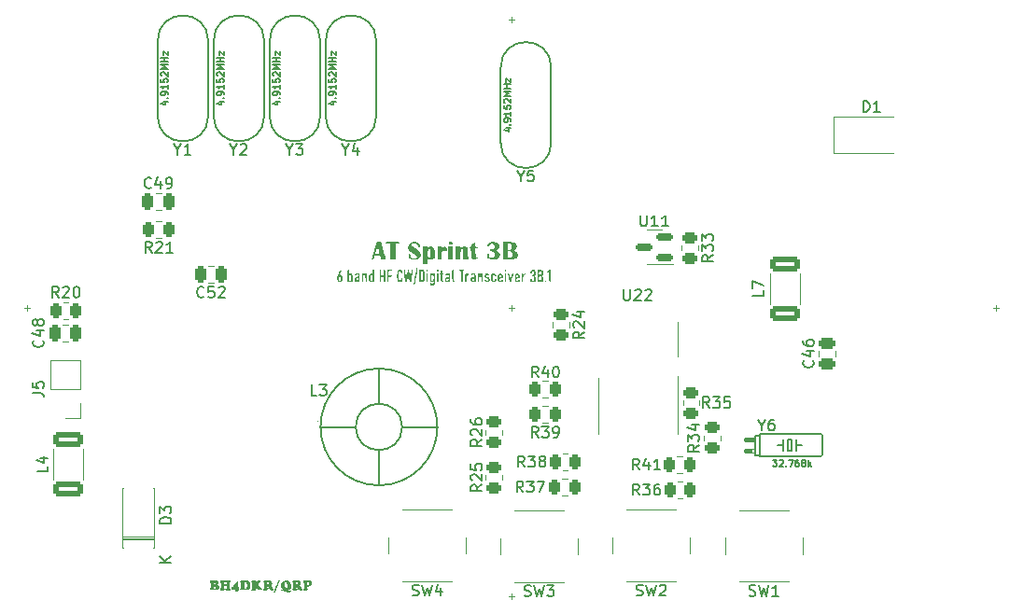
<source format=gto>
G04 #@! TF.GenerationSoftware,KiCad,Pcbnew,(6.0.5)*
G04 #@! TF.CreationDate,2022-05-23T23:46:21+08:00*
G04 #@! TF.ProjectId,AT Sprint 3B.1,41542053-7072-4696-9e74-2033422e312e,rev?*
G04 #@! TF.SameCoordinates,Original*
G04 #@! TF.FileFunction,Legend,Top*
G04 #@! TF.FilePolarity,Positive*
%FSLAX46Y46*%
G04 Gerber Fmt 4.6, Leading zero omitted, Abs format (unit mm)*
G04 Created by KiCad (PCBNEW (6.0.5)) date 2022-05-23 23:46:21*
%MOMM*%
%LPD*%
G01*
G04 APERTURE LIST*
G04 Aperture macros list*
%AMRoundRect*
0 Rectangle with rounded corners*
0 $1 Rounding radius*
0 $2 $3 $4 $5 $6 $7 $8 $9 X,Y pos of 4 corners*
0 Add a 4 corners polygon primitive as box body*
4,1,4,$2,$3,$4,$5,$6,$7,$8,$9,$2,$3,0*
0 Add four circle primitives for the rounded corners*
1,1,$1+$1,$2,$3*
1,1,$1+$1,$4,$5*
1,1,$1+$1,$6,$7*
1,1,$1+$1,$8,$9*
0 Add four rect primitives between the rounded corners*
20,1,$1+$1,$2,$3,$4,$5,0*
20,1,$1+$1,$4,$5,$6,$7,0*
20,1,$1+$1,$6,$7,$8,$9,0*
20,1,$1+$1,$8,$9,$2,$3,0*%
G04 Aperture macros list end*
%ADD10C,0.150000*%
%ADD11C,0.127000*%
%ADD12C,0.120000*%
%ADD13C,0.203200*%
%ADD14C,0.152400*%
%ADD15C,0.066040*%
%ADD16C,0.406400*%
%ADD17C,0.050000*%
%ADD18RoundRect,0.250000X0.262500X0.450000X-0.262500X0.450000X-0.262500X-0.450000X0.262500X-0.450000X0*%
%ADD19R,2.200000X2.200000*%
%ADD20O,2.200000X2.200000*%
%ADD21RoundRect,0.250000X0.450000X-0.262500X0.450000X0.262500X-0.450000X0.262500X-0.450000X-0.262500X0*%
%ADD22RoundRect,0.250000X-0.450000X0.262500X-0.450000X-0.262500X0.450000X-0.262500X0.450000X0.262500X0*%
%ADD23C,1.651000*%
%ADD24C,1.524000*%
%ADD25RoundRect,0.250000X-0.262500X-0.450000X0.262500X-0.450000X0.262500X0.450000X-0.262500X0.450000X0*%
%ADD26RoundRect,0.250000X0.475000X-0.250000X0.475000X0.250000X-0.475000X0.250000X-0.475000X-0.250000X0*%
%ADD27RoundRect,0.250000X1.075000X-0.425000X1.075000X0.425000X-1.075000X0.425000X-1.075000X-0.425000X0*%
%ADD28C,2.000000*%
%ADD29RoundRect,0.250000X-0.250000X-0.475000X0.250000X-0.475000X0.250000X0.475000X-0.250000X0.475000X0*%
%ADD30RoundRect,0.150000X0.587500X0.150000X-0.587500X0.150000X-0.587500X-0.150000X0.587500X-0.150000X0*%
%ADD31RoundRect,0.250000X0.250000X0.475000X-0.250000X0.475000X-0.250000X-0.475000X0.250000X-0.475000X0*%
%ADD32C,1.676400*%
%ADD33R,2.500000X1.800000*%
%ADD34R,1.700000X1.700000*%
%ADD35O,1.700000X1.700000*%
%ADD36R,0.900000X2.800000*%
%ADD37C,4.400000*%
%ADD38R,1.600000X1.600000*%
%ADD39C,1.600000*%
%ADD40R,1.300000X1.300000*%
%ADD41C,1.300000*%
%ADD42O,2.400000X1.200000*%
%ADD43C,1.700000*%
%ADD44C,1.500000*%
G04 APERTURE END LIST*
D10*
X80484742Y-105354380D02*
X80151409Y-104878190D01*
X79913314Y-105354380D02*
X79913314Y-104354380D01*
X80294266Y-104354380D01*
X80389504Y-104402000D01*
X80437123Y-104449619D01*
X80484742Y-104544857D01*
X80484742Y-104687714D01*
X80437123Y-104782952D01*
X80389504Y-104830571D01*
X80294266Y-104878190D01*
X79913314Y-104878190D01*
X81341885Y-104687714D02*
X81341885Y-105354380D01*
X81103790Y-104306761D02*
X80865695Y-105021047D01*
X81484742Y-105021047D01*
X82056171Y-104354380D02*
X82151409Y-104354380D01*
X82246647Y-104402000D01*
X82294266Y-104449619D01*
X82341885Y-104544857D01*
X82389504Y-104735333D01*
X82389504Y-104973428D01*
X82341885Y-105163904D01*
X82294266Y-105259142D01*
X82246647Y-105306761D01*
X82151409Y-105354380D01*
X82056171Y-105354380D01*
X81960933Y-105306761D01*
X81913314Y-105259142D01*
X81865695Y-105163904D01*
X81818076Y-104973428D01*
X81818076Y-104735333D01*
X81865695Y-104544857D01*
X81913314Y-104449619D01*
X81960933Y-104402000D01*
X82056171Y-104354380D01*
X47188380Y-118594095D02*
X46188380Y-118594095D01*
X46188380Y-118356000D01*
X46236000Y-118213142D01*
X46331238Y-118117904D01*
X46426476Y-118070285D01*
X46616952Y-118022666D01*
X46759809Y-118022666D01*
X46950285Y-118070285D01*
X47045523Y-118117904D01*
X47140761Y-118213142D01*
X47188380Y-118356000D01*
X47188380Y-118594095D01*
X46188380Y-117689333D02*
X46188380Y-117070285D01*
X46569333Y-117403619D01*
X46569333Y-117260761D01*
X46616952Y-117165523D01*
X46664571Y-117117904D01*
X46759809Y-117070285D01*
X46997904Y-117070285D01*
X47093142Y-117117904D01*
X47140761Y-117165523D01*
X47188380Y-117260761D01*
X47188380Y-117546476D01*
X47140761Y-117641714D01*
X47093142Y-117689333D01*
X47188380Y-122181904D02*
X46188380Y-122181904D01*
X47188380Y-121610476D02*
X46616952Y-122039047D01*
X46188380Y-121610476D02*
X46759809Y-122181904D01*
X96337380Y-94265357D02*
X95861190Y-94598690D01*
X96337380Y-94836785D02*
X95337380Y-94836785D01*
X95337380Y-94455833D01*
X95385000Y-94360595D01*
X95432619Y-94312976D01*
X95527857Y-94265357D01*
X95670714Y-94265357D01*
X95765952Y-94312976D01*
X95813571Y-94360595D01*
X95861190Y-94455833D01*
X95861190Y-94836785D01*
X95337380Y-93932023D02*
X95337380Y-93312976D01*
X95718333Y-93646309D01*
X95718333Y-93503452D01*
X95765952Y-93408214D01*
X95813571Y-93360595D01*
X95908809Y-93312976D01*
X96146904Y-93312976D01*
X96242142Y-93360595D01*
X96289761Y-93408214D01*
X96337380Y-93503452D01*
X96337380Y-93789166D01*
X96289761Y-93884404D01*
X96242142Y-93932023D01*
X95337380Y-92979642D02*
X95337380Y-92360595D01*
X95718333Y-92693928D01*
X95718333Y-92551071D01*
X95765952Y-92455833D01*
X95813571Y-92408214D01*
X95908809Y-92360595D01*
X96146904Y-92360595D01*
X96242142Y-92408214D01*
X96289761Y-92455833D01*
X96337380Y-92551071D01*
X96337380Y-92836785D01*
X96289761Y-92932023D01*
X96242142Y-92979642D01*
X75382380Y-115093357D02*
X74906190Y-115426690D01*
X75382380Y-115664785D02*
X74382380Y-115664785D01*
X74382380Y-115283833D01*
X74430000Y-115188595D01*
X74477619Y-115140976D01*
X74572857Y-115093357D01*
X74715714Y-115093357D01*
X74810952Y-115140976D01*
X74858571Y-115188595D01*
X74906190Y-115283833D01*
X74906190Y-115664785D01*
X74477619Y-114712404D02*
X74430000Y-114664785D01*
X74382380Y-114569547D01*
X74382380Y-114331452D01*
X74430000Y-114236214D01*
X74477619Y-114188595D01*
X74572857Y-114140976D01*
X74668095Y-114140976D01*
X74810952Y-114188595D01*
X75382380Y-114760023D01*
X75382380Y-114140976D01*
X74382380Y-113236214D02*
X74382380Y-113712404D01*
X74858571Y-113760023D01*
X74810952Y-113712404D01*
X74763333Y-113617166D01*
X74763333Y-113379071D01*
X74810952Y-113283833D01*
X74858571Y-113236214D01*
X74953809Y-113188595D01*
X75191904Y-113188595D01*
X75287142Y-113236214D01*
X75334761Y-113283833D01*
X75382380Y-113379071D01*
X75382380Y-113617166D01*
X75334761Y-113712404D01*
X75287142Y-113760023D01*
X47783809Y-84685190D02*
X47783809Y-85161380D01*
X47450476Y-84161380D02*
X47783809Y-84685190D01*
X48117142Y-84161380D01*
X48974285Y-85161380D02*
X48402857Y-85161380D01*
X48688571Y-85161380D02*
X48688571Y-84161380D01*
X48593333Y-84304238D01*
X48498095Y-84399476D01*
X48402857Y-84447095D01*
D11*
X46478371Y-80336571D02*
X46884771Y-80336571D01*
X46246142Y-80481714D02*
X46681571Y-80626857D01*
X46681571Y-80249485D01*
X46826714Y-80017257D02*
X46855742Y-79988228D01*
X46884771Y-80017257D01*
X46855742Y-80046285D01*
X46826714Y-80017257D01*
X46884771Y-80017257D01*
X46884771Y-79697942D02*
X46884771Y-79581828D01*
X46855742Y-79523771D01*
X46826714Y-79494742D01*
X46739628Y-79436685D01*
X46623514Y-79407657D01*
X46391285Y-79407657D01*
X46333228Y-79436685D01*
X46304200Y-79465714D01*
X46275171Y-79523771D01*
X46275171Y-79639885D01*
X46304200Y-79697942D01*
X46333228Y-79726971D01*
X46391285Y-79756000D01*
X46536428Y-79756000D01*
X46594485Y-79726971D01*
X46623514Y-79697942D01*
X46652542Y-79639885D01*
X46652542Y-79523771D01*
X46623514Y-79465714D01*
X46594485Y-79436685D01*
X46536428Y-79407657D01*
X46884771Y-78827085D02*
X46884771Y-79175428D01*
X46884771Y-79001257D02*
X46275171Y-79001257D01*
X46362257Y-79059314D01*
X46420314Y-79117371D01*
X46449342Y-79175428D01*
X46275171Y-78275542D02*
X46275171Y-78565828D01*
X46565457Y-78594857D01*
X46536428Y-78565828D01*
X46507400Y-78507771D01*
X46507400Y-78362628D01*
X46536428Y-78304571D01*
X46565457Y-78275542D01*
X46623514Y-78246514D01*
X46768657Y-78246514D01*
X46826714Y-78275542D01*
X46855742Y-78304571D01*
X46884771Y-78362628D01*
X46884771Y-78507771D01*
X46855742Y-78565828D01*
X46826714Y-78594857D01*
X46333228Y-78014285D02*
X46304200Y-77985257D01*
X46275171Y-77927200D01*
X46275171Y-77782057D01*
X46304200Y-77724000D01*
X46333228Y-77694971D01*
X46391285Y-77665942D01*
X46449342Y-77665942D01*
X46536428Y-77694971D01*
X46884771Y-78043314D01*
X46884771Y-77665942D01*
X46884771Y-77404685D02*
X46275171Y-77404685D01*
X46710600Y-77201485D01*
X46275171Y-76998285D01*
X46884771Y-76998285D01*
X46884771Y-76708000D02*
X46275171Y-76708000D01*
X46565457Y-76708000D02*
X46565457Y-76359657D01*
X46884771Y-76359657D02*
X46275171Y-76359657D01*
X46478371Y-76127428D02*
X46478371Y-75808114D01*
X46884771Y-76127428D01*
X46884771Y-75808114D01*
D10*
X84653380Y-101226857D02*
X84177190Y-101560190D01*
X84653380Y-101798285D02*
X83653380Y-101798285D01*
X83653380Y-101417333D01*
X83701000Y-101322095D01*
X83748619Y-101274476D01*
X83843857Y-101226857D01*
X83986714Y-101226857D01*
X84081952Y-101274476D01*
X84129571Y-101322095D01*
X84177190Y-101417333D01*
X84177190Y-101798285D01*
X83748619Y-100845904D02*
X83701000Y-100798285D01*
X83653380Y-100703047D01*
X83653380Y-100464952D01*
X83701000Y-100369714D01*
X83748619Y-100322095D01*
X83843857Y-100274476D01*
X83939095Y-100274476D01*
X84081952Y-100322095D01*
X84653380Y-100893523D01*
X84653380Y-100274476D01*
X83986714Y-99417333D02*
X84653380Y-99417333D01*
X83605761Y-99655428D02*
X84320047Y-99893523D01*
X84320047Y-99274476D01*
X95067380Y-111488457D02*
X94591190Y-111821790D01*
X95067380Y-112059885D02*
X94067380Y-112059885D01*
X94067380Y-111678933D01*
X94115000Y-111583695D01*
X94162619Y-111536076D01*
X94257857Y-111488457D01*
X94400714Y-111488457D01*
X94495952Y-111536076D01*
X94543571Y-111583695D01*
X94591190Y-111678933D01*
X94591190Y-112059885D01*
X94067380Y-111155123D02*
X94067380Y-110536076D01*
X94448333Y-110869409D01*
X94448333Y-110726552D01*
X94495952Y-110631314D01*
X94543571Y-110583695D01*
X94638809Y-110536076D01*
X94876904Y-110536076D01*
X94972142Y-110583695D01*
X95019761Y-110631314D01*
X95067380Y-110726552D01*
X95067380Y-111012266D01*
X95019761Y-111107504D01*
X94972142Y-111155123D01*
X94400714Y-109678933D02*
X95067380Y-109678933D01*
X94019761Y-109917028D02*
X94734047Y-110155123D01*
X94734047Y-109536076D01*
X75382380Y-110980457D02*
X74906190Y-111313790D01*
X75382380Y-111551885D02*
X74382380Y-111551885D01*
X74382380Y-111170933D01*
X74430000Y-111075695D01*
X74477619Y-111028076D01*
X74572857Y-110980457D01*
X74715714Y-110980457D01*
X74810952Y-111028076D01*
X74858571Y-111075695D01*
X74906190Y-111170933D01*
X74906190Y-111551885D01*
X74477619Y-110599504D02*
X74430000Y-110551885D01*
X74382380Y-110456647D01*
X74382380Y-110218552D01*
X74430000Y-110123314D01*
X74477619Y-110075695D01*
X74572857Y-110028076D01*
X74668095Y-110028076D01*
X74810952Y-110075695D01*
X75382380Y-110647123D01*
X75382380Y-110028076D01*
X74382380Y-109170933D02*
X74382380Y-109361409D01*
X74430000Y-109456647D01*
X74477619Y-109504266D01*
X74620476Y-109599504D01*
X74810952Y-109647123D01*
X75191904Y-109647123D01*
X75287142Y-109599504D01*
X75334761Y-109551885D01*
X75382380Y-109456647D01*
X75382380Y-109266171D01*
X75334761Y-109170933D01*
X75287142Y-109123314D01*
X75191904Y-109075695D01*
X74953809Y-109075695D01*
X74858571Y-109123314D01*
X74810952Y-109170933D01*
X74763333Y-109266171D01*
X74763333Y-109456647D01*
X74810952Y-109551885D01*
X74858571Y-109599504D01*
X74953809Y-109647123D01*
X60412333Y-107005380D02*
X59936142Y-107005380D01*
X59936142Y-106005380D01*
X60650428Y-106005380D02*
X61269476Y-106005380D01*
X60936142Y-106386333D01*
X61079000Y-106386333D01*
X61174238Y-106433952D01*
X61221857Y-106481571D01*
X61269476Y-106576809D01*
X61269476Y-106814904D01*
X61221857Y-106910142D01*
X61174238Y-106957761D01*
X61079000Y-107005380D01*
X60793285Y-107005380D01*
X60698047Y-106957761D01*
X60650428Y-106910142D01*
X79240142Y-113482380D02*
X78906809Y-113006190D01*
X78668714Y-113482380D02*
X78668714Y-112482380D01*
X79049666Y-112482380D01*
X79144904Y-112530000D01*
X79192523Y-112577619D01*
X79240142Y-112672857D01*
X79240142Y-112815714D01*
X79192523Y-112910952D01*
X79144904Y-112958571D01*
X79049666Y-113006190D01*
X78668714Y-113006190D01*
X79573476Y-112482380D02*
X80192523Y-112482380D01*
X79859190Y-112863333D01*
X80002047Y-112863333D01*
X80097285Y-112910952D01*
X80144904Y-112958571D01*
X80192523Y-113053809D01*
X80192523Y-113291904D01*
X80144904Y-113387142D01*
X80097285Y-113434761D01*
X80002047Y-113482380D01*
X79716333Y-113482380D01*
X79621095Y-113434761D01*
X79573476Y-113387142D01*
X80763952Y-112910952D02*
X80668714Y-112863333D01*
X80621095Y-112815714D01*
X80573476Y-112720476D01*
X80573476Y-112672857D01*
X80621095Y-112577619D01*
X80668714Y-112530000D01*
X80763952Y-112482380D01*
X80954428Y-112482380D01*
X81049666Y-112530000D01*
X81097285Y-112577619D01*
X81144904Y-112672857D01*
X81144904Y-112720476D01*
X81097285Y-112815714D01*
X81049666Y-112863333D01*
X80954428Y-112910952D01*
X80763952Y-112910952D01*
X80668714Y-112958571D01*
X80621095Y-113006190D01*
X80573476Y-113101428D01*
X80573476Y-113291904D01*
X80621095Y-113387142D01*
X80668714Y-113434761D01*
X80763952Y-113482380D01*
X80954428Y-113482380D01*
X81049666Y-113434761D01*
X81097285Y-113387142D01*
X81144904Y-113291904D01*
X81144904Y-113101428D01*
X81097285Y-113006190D01*
X81049666Y-112958571D01*
X80954428Y-112910952D01*
X105386142Y-103832857D02*
X105433761Y-103880476D01*
X105481380Y-104023333D01*
X105481380Y-104118571D01*
X105433761Y-104261428D01*
X105338523Y-104356666D01*
X105243285Y-104404285D01*
X105052809Y-104451904D01*
X104909952Y-104451904D01*
X104719476Y-104404285D01*
X104624238Y-104356666D01*
X104529000Y-104261428D01*
X104481380Y-104118571D01*
X104481380Y-104023333D01*
X104529000Y-103880476D01*
X104576619Y-103832857D01*
X104814714Y-102975714D02*
X105481380Y-102975714D01*
X104433761Y-103213809D02*
X105148047Y-103451904D01*
X105148047Y-102832857D01*
X104481380Y-102023333D02*
X104481380Y-102213809D01*
X104529000Y-102309047D01*
X104576619Y-102356666D01*
X104719476Y-102451904D01*
X104909952Y-102499523D01*
X105290904Y-102499523D01*
X105386142Y-102451904D01*
X105433761Y-102404285D01*
X105481380Y-102309047D01*
X105481380Y-102118571D01*
X105433761Y-102023333D01*
X105386142Y-101975714D01*
X105290904Y-101928095D01*
X105052809Y-101928095D01*
X104957571Y-101975714D01*
X104909952Y-102023333D01*
X104862333Y-102118571D01*
X104862333Y-102309047D01*
X104909952Y-102404285D01*
X104957571Y-102451904D01*
X105052809Y-102499523D01*
X36018380Y-113414666D02*
X36018380Y-113890857D01*
X35018380Y-113890857D01*
X35351714Y-112652761D02*
X36018380Y-112652761D01*
X34970761Y-112890857D02*
X35685047Y-113128952D01*
X35685047Y-112509904D01*
X89396666Y-125118761D02*
X89539523Y-125166380D01*
X89777619Y-125166380D01*
X89872857Y-125118761D01*
X89920476Y-125071142D01*
X89968095Y-124975904D01*
X89968095Y-124880666D01*
X89920476Y-124785428D01*
X89872857Y-124737809D01*
X89777619Y-124690190D01*
X89587142Y-124642571D01*
X89491904Y-124594952D01*
X89444285Y-124547333D01*
X89396666Y-124452095D01*
X89396666Y-124356857D01*
X89444285Y-124261619D01*
X89491904Y-124214000D01*
X89587142Y-124166380D01*
X89825238Y-124166380D01*
X89968095Y-124214000D01*
X90301428Y-124166380D02*
X90539523Y-125166380D01*
X90730000Y-124452095D01*
X90920476Y-125166380D01*
X91158571Y-124166380D01*
X91491904Y-124261619D02*
X91539523Y-124214000D01*
X91634761Y-124166380D01*
X91872857Y-124166380D01*
X91968095Y-124214000D01*
X92015714Y-124261619D01*
X92063333Y-124356857D01*
X92063333Y-124452095D01*
X92015714Y-124594952D01*
X91444285Y-125166380D01*
X92063333Y-125166380D01*
X96004142Y-108122980D02*
X95670809Y-107646790D01*
X95432714Y-108122980D02*
X95432714Y-107122980D01*
X95813666Y-107122980D01*
X95908904Y-107170600D01*
X95956523Y-107218219D01*
X96004142Y-107313457D01*
X96004142Y-107456314D01*
X95956523Y-107551552D01*
X95908904Y-107599171D01*
X95813666Y-107646790D01*
X95432714Y-107646790D01*
X96337476Y-107122980D02*
X96956523Y-107122980D01*
X96623190Y-107503933D01*
X96766047Y-107503933D01*
X96861285Y-107551552D01*
X96908904Y-107599171D01*
X96956523Y-107694409D01*
X96956523Y-107932504D01*
X96908904Y-108027742D01*
X96861285Y-108075361D01*
X96766047Y-108122980D01*
X96480333Y-108122980D01*
X96385095Y-108075361D01*
X96337476Y-108027742D01*
X97861285Y-107122980D02*
X97385095Y-107122980D01*
X97337476Y-107599171D01*
X97385095Y-107551552D01*
X97480333Y-107503933D01*
X97718428Y-107503933D01*
X97813666Y-107551552D01*
X97861285Y-107599171D01*
X97908904Y-107694409D01*
X97908904Y-107932504D01*
X97861285Y-108027742D01*
X97813666Y-108075361D01*
X97718428Y-108122980D01*
X97480333Y-108122980D01*
X97385095Y-108075361D01*
X97337476Y-108027742D01*
X80484742Y-110815380D02*
X80151409Y-110339190D01*
X79913314Y-110815380D02*
X79913314Y-109815380D01*
X80294266Y-109815380D01*
X80389504Y-109863000D01*
X80437123Y-109910619D01*
X80484742Y-110005857D01*
X80484742Y-110148714D01*
X80437123Y-110243952D01*
X80389504Y-110291571D01*
X80294266Y-110339190D01*
X79913314Y-110339190D01*
X80818076Y-109815380D02*
X81437123Y-109815380D01*
X81103790Y-110196333D01*
X81246647Y-110196333D01*
X81341885Y-110243952D01*
X81389504Y-110291571D01*
X81437123Y-110386809D01*
X81437123Y-110624904D01*
X81389504Y-110720142D01*
X81341885Y-110767761D01*
X81246647Y-110815380D01*
X80960933Y-110815380D01*
X80865695Y-110767761D01*
X80818076Y-110720142D01*
X81913314Y-110815380D02*
X82103790Y-110815380D01*
X82199028Y-110767761D01*
X82246647Y-110720142D01*
X82341885Y-110577285D01*
X82389504Y-110386809D01*
X82389504Y-110005857D01*
X82341885Y-109910619D01*
X82294266Y-109863000D01*
X82199028Y-109815380D01*
X82008552Y-109815380D01*
X81913314Y-109863000D01*
X81865695Y-109910619D01*
X81818076Y-110005857D01*
X81818076Y-110243952D01*
X81865695Y-110339190D01*
X81913314Y-110386809D01*
X82008552Y-110434428D01*
X82199028Y-110434428D01*
X82294266Y-110386809D01*
X82341885Y-110339190D01*
X82389504Y-110243952D01*
X89654142Y-116022380D02*
X89320809Y-115546190D01*
X89082714Y-116022380D02*
X89082714Y-115022380D01*
X89463666Y-115022380D01*
X89558904Y-115070000D01*
X89606523Y-115117619D01*
X89654142Y-115212857D01*
X89654142Y-115355714D01*
X89606523Y-115450952D01*
X89558904Y-115498571D01*
X89463666Y-115546190D01*
X89082714Y-115546190D01*
X89987476Y-115022380D02*
X90606523Y-115022380D01*
X90273190Y-115403333D01*
X90416047Y-115403333D01*
X90511285Y-115450952D01*
X90558904Y-115498571D01*
X90606523Y-115593809D01*
X90606523Y-115831904D01*
X90558904Y-115927142D01*
X90511285Y-115974761D01*
X90416047Y-116022380D01*
X90130333Y-116022380D01*
X90035095Y-115974761D01*
X89987476Y-115927142D01*
X91463666Y-115022380D02*
X91273190Y-115022380D01*
X91177952Y-115070000D01*
X91130333Y-115117619D01*
X91035095Y-115260476D01*
X90987476Y-115450952D01*
X90987476Y-115831904D01*
X91035095Y-115927142D01*
X91082714Y-115974761D01*
X91177952Y-116022380D01*
X91368428Y-116022380D01*
X91463666Y-115974761D01*
X91511285Y-115927142D01*
X91558904Y-115831904D01*
X91558904Y-115593809D01*
X91511285Y-115498571D01*
X91463666Y-115450952D01*
X91368428Y-115403333D01*
X91177952Y-115403333D01*
X91082714Y-115450952D01*
X91035095Y-115498571D01*
X90987476Y-115593809D01*
X45381942Y-88114142D02*
X45334323Y-88161761D01*
X45191466Y-88209380D01*
X45096228Y-88209380D01*
X44953371Y-88161761D01*
X44858133Y-88066523D01*
X44810514Y-87971285D01*
X44762895Y-87780809D01*
X44762895Y-87637952D01*
X44810514Y-87447476D01*
X44858133Y-87352238D01*
X44953371Y-87257000D01*
X45096228Y-87209380D01*
X45191466Y-87209380D01*
X45334323Y-87257000D01*
X45381942Y-87304619D01*
X46239085Y-87542714D02*
X46239085Y-88209380D01*
X46000990Y-87161761D02*
X45762895Y-87876047D01*
X46381942Y-87876047D01*
X46810514Y-88209380D02*
X47000990Y-88209380D01*
X47096228Y-88161761D01*
X47143847Y-88114142D01*
X47239085Y-87971285D01*
X47286704Y-87780809D01*
X47286704Y-87399857D01*
X47239085Y-87304619D01*
X47191466Y-87257000D01*
X47096228Y-87209380D01*
X46905752Y-87209380D01*
X46810514Y-87257000D01*
X46762895Y-87304619D01*
X46715276Y-87399857D01*
X46715276Y-87637952D01*
X46762895Y-87733190D01*
X46810514Y-87780809D01*
X46905752Y-87828428D01*
X47096228Y-87828428D01*
X47191466Y-87780809D01*
X47239085Y-87733190D01*
X47286704Y-87637952D01*
X79236666Y-125169561D02*
X79379523Y-125217180D01*
X79617619Y-125217180D01*
X79712857Y-125169561D01*
X79760476Y-125121942D01*
X79808095Y-125026704D01*
X79808095Y-124931466D01*
X79760476Y-124836228D01*
X79712857Y-124788609D01*
X79617619Y-124740990D01*
X79427142Y-124693371D01*
X79331904Y-124645752D01*
X79284285Y-124598133D01*
X79236666Y-124502895D01*
X79236666Y-124407657D01*
X79284285Y-124312419D01*
X79331904Y-124264800D01*
X79427142Y-124217180D01*
X79665238Y-124217180D01*
X79808095Y-124264800D01*
X80141428Y-124217180D02*
X80379523Y-125217180D01*
X80570000Y-124502895D01*
X80760476Y-125217180D01*
X80998571Y-124217180D01*
X81284285Y-124217180D02*
X81903333Y-124217180D01*
X81570000Y-124598133D01*
X81712857Y-124598133D01*
X81808095Y-124645752D01*
X81855714Y-124693371D01*
X81903333Y-124788609D01*
X81903333Y-125026704D01*
X81855714Y-125121942D01*
X81808095Y-125169561D01*
X81712857Y-125217180D01*
X81427142Y-125217180D01*
X81331904Y-125169561D01*
X81284285Y-125121942D01*
X89772404Y-90638380D02*
X89772404Y-91447904D01*
X89820023Y-91543142D01*
X89867642Y-91590761D01*
X89962880Y-91638380D01*
X90153357Y-91638380D01*
X90248595Y-91590761D01*
X90296214Y-91543142D01*
X90343833Y-91447904D01*
X90343833Y-90638380D01*
X91343833Y-91638380D02*
X90772404Y-91638380D01*
X91058119Y-91638380D02*
X91058119Y-90638380D01*
X90962880Y-90781238D01*
X90867642Y-90876476D01*
X90772404Y-90924095D01*
X92296214Y-91638380D02*
X91724785Y-91638380D01*
X92010500Y-91638380D02*
X92010500Y-90638380D01*
X91915261Y-90781238D01*
X91820023Y-90876476D01*
X91724785Y-90924095D01*
X79113142Y-115768380D02*
X78779809Y-115292190D01*
X78541714Y-115768380D02*
X78541714Y-114768380D01*
X78922666Y-114768380D01*
X79017904Y-114816000D01*
X79065523Y-114863619D01*
X79113142Y-114958857D01*
X79113142Y-115101714D01*
X79065523Y-115196952D01*
X79017904Y-115244571D01*
X78922666Y-115292190D01*
X78541714Y-115292190D01*
X79446476Y-114768380D02*
X80065523Y-114768380D01*
X79732190Y-115149333D01*
X79875047Y-115149333D01*
X79970285Y-115196952D01*
X80017904Y-115244571D01*
X80065523Y-115339809D01*
X80065523Y-115577904D01*
X80017904Y-115673142D01*
X79970285Y-115720761D01*
X79875047Y-115768380D01*
X79589333Y-115768380D01*
X79494095Y-115720761D01*
X79446476Y-115673142D01*
X80398857Y-114768380D02*
X81065523Y-114768380D01*
X80636952Y-115768380D01*
X69076666Y-125118761D02*
X69219523Y-125166380D01*
X69457619Y-125166380D01*
X69552857Y-125118761D01*
X69600476Y-125071142D01*
X69648095Y-124975904D01*
X69648095Y-124880666D01*
X69600476Y-124785428D01*
X69552857Y-124737809D01*
X69457619Y-124690190D01*
X69267142Y-124642571D01*
X69171904Y-124594952D01*
X69124285Y-124547333D01*
X69076666Y-124452095D01*
X69076666Y-124356857D01*
X69124285Y-124261619D01*
X69171904Y-124214000D01*
X69267142Y-124166380D01*
X69505238Y-124166380D01*
X69648095Y-124214000D01*
X69981428Y-124166380D02*
X70219523Y-125166380D01*
X70410000Y-124452095D01*
X70600476Y-125166380D01*
X70838571Y-124166380D01*
X71648095Y-124499714D02*
X71648095Y-125166380D01*
X71410000Y-124118761D02*
X71171904Y-124833047D01*
X71790952Y-124833047D01*
X45432742Y-94051380D02*
X45099409Y-93575190D01*
X44861314Y-94051380D02*
X44861314Y-93051380D01*
X45242266Y-93051380D01*
X45337504Y-93099000D01*
X45385123Y-93146619D01*
X45432742Y-93241857D01*
X45432742Y-93384714D01*
X45385123Y-93479952D01*
X45337504Y-93527571D01*
X45242266Y-93575190D01*
X44861314Y-93575190D01*
X45813695Y-93146619D02*
X45861314Y-93099000D01*
X45956552Y-93051380D01*
X46194647Y-93051380D01*
X46289885Y-93099000D01*
X46337504Y-93146619D01*
X46385123Y-93241857D01*
X46385123Y-93337095D01*
X46337504Y-93479952D01*
X45766076Y-94051380D01*
X46385123Y-94051380D01*
X47337504Y-94051380D02*
X46766076Y-94051380D01*
X47051790Y-94051380D02*
X47051790Y-93051380D01*
X46956552Y-93194238D01*
X46861314Y-93289476D01*
X46766076Y-93337095D01*
X35536142Y-101988857D02*
X35583761Y-102036476D01*
X35631380Y-102179333D01*
X35631380Y-102274571D01*
X35583761Y-102417428D01*
X35488523Y-102512666D01*
X35393285Y-102560285D01*
X35202809Y-102607904D01*
X35059952Y-102607904D01*
X34869476Y-102560285D01*
X34774238Y-102512666D01*
X34679000Y-102417428D01*
X34631380Y-102274571D01*
X34631380Y-102179333D01*
X34679000Y-102036476D01*
X34726619Y-101988857D01*
X34964714Y-101131714D02*
X35631380Y-101131714D01*
X34583761Y-101369809D02*
X35298047Y-101607904D01*
X35298047Y-100988857D01*
X35059952Y-100465047D02*
X35012333Y-100560285D01*
X34964714Y-100607904D01*
X34869476Y-100655523D01*
X34821857Y-100655523D01*
X34726619Y-100607904D01*
X34679000Y-100560285D01*
X34631380Y-100465047D01*
X34631380Y-100274571D01*
X34679000Y-100179333D01*
X34726619Y-100131714D01*
X34821857Y-100084095D01*
X34869476Y-100084095D01*
X34964714Y-100131714D01*
X35012333Y-100179333D01*
X35059952Y-100274571D01*
X35059952Y-100465047D01*
X35107571Y-100560285D01*
X35155190Y-100607904D01*
X35250428Y-100655523D01*
X35440904Y-100655523D01*
X35536142Y-100607904D01*
X35583761Y-100560285D01*
X35631380Y-100465047D01*
X35631380Y-100274571D01*
X35583761Y-100179333D01*
X35536142Y-100131714D01*
X35440904Y-100084095D01*
X35250428Y-100084095D01*
X35155190Y-100131714D01*
X35107571Y-100179333D01*
X35059952Y-100274571D01*
X50157142Y-98020142D02*
X50109523Y-98067761D01*
X49966666Y-98115380D01*
X49871428Y-98115380D01*
X49728571Y-98067761D01*
X49633333Y-97972523D01*
X49585714Y-97877285D01*
X49538095Y-97686809D01*
X49538095Y-97543952D01*
X49585714Y-97353476D01*
X49633333Y-97258238D01*
X49728571Y-97163000D01*
X49871428Y-97115380D01*
X49966666Y-97115380D01*
X50109523Y-97163000D01*
X50157142Y-97210619D01*
X51061904Y-97115380D02*
X50585714Y-97115380D01*
X50538095Y-97591571D01*
X50585714Y-97543952D01*
X50680952Y-97496333D01*
X50919047Y-97496333D01*
X51014285Y-97543952D01*
X51061904Y-97591571D01*
X51109523Y-97686809D01*
X51109523Y-97924904D01*
X51061904Y-98020142D01*
X51014285Y-98067761D01*
X50919047Y-98115380D01*
X50680952Y-98115380D01*
X50585714Y-98067761D01*
X50538095Y-98020142D01*
X51490476Y-97210619D02*
X51538095Y-97163000D01*
X51633333Y-97115380D01*
X51871428Y-97115380D01*
X51966666Y-97163000D01*
X52014285Y-97210619D01*
X52061904Y-97305857D01*
X52061904Y-97401095D01*
X52014285Y-97543952D01*
X51442857Y-98115380D01*
X52061904Y-98115380D01*
X100909380Y-97484666D02*
X100909380Y-97960857D01*
X99909380Y-97960857D01*
X99909380Y-97246571D02*
X99909380Y-96579904D01*
X100909380Y-97008476D01*
X63023809Y-84685190D02*
X63023809Y-85161380D01*
X62690476Y-84161380D02*
X63023809Y-84685190D01*
X63357142Y-84161380D01*
X64119047Y-84494714D02*
X64119047Y-85161380D01*
X63880952Y-84113761D02*
X63642857Y-84828047D01*
X64261904Y-84828047D01*
D11*
X61718371Y-80336571D02*
X62124771Y-80336571D01*
X61486142Y-80481714D02*
X61921571Y-80626857D01*
X61921571Y-80249485D01*
X62066714Y-80017257D02*
X62095742Y-79988228D01*
X62124771Y-80017257D01*
X62095742Y-80046285D01*
X62066714Y-80017257D01*
X62124771Y-80017257D01*
X62124771Y-79697942D02*
X62124771Y-79581828D01*
X62095742Y-79523771D01*
X62066714Y-79494742D01*
X61979628Y-79436685D01*
X61863514Y-79407657D01*
X61631285Y-79407657D01*
X61573228Y-79436685D01*
X61544200Y-79465714D01*
X61515171Y-79523771D01*
X61515171Y-79639885D01*
X61544200Y-79697942D01*
X61573228Y-79726971D01*
X61631285Y-79756000D01*
X61776428Y-79756000D01*
X61834485Y-79726971D01*
X61863514Y-79697942D01*
X61892542Y-79639885D01*
X61892542Y-79523771D01*
X61863514Y-79465714D01*
X61834485Y-79436685D01*
X61776428Y-79407657D01*
X62124771Y-78827085D02*
X62124771Y-79175428D01*
X62124771Y-79001257D02*
X61515171Y-79001257D01*
X61602257Y-79059314D01*
X61660314Y-79117371D01*
X61689342Y-79175428D01*
X61515171Y-78275542D02*
X61515171Y-78565828D01*
X61805457Y-78594857D01*
X61776428Y-78565828D01*
X61747400Y-78507771D01*
X61747400Y-78362628D01*
X61776428Y-78304571D01*
X61805457Y-78275542D01*
X61863514Y-78246514D01*
X62008657Y-78246514D01*
X62066714Y-78275542D01*
X62095742Y-78304571D01*
X62124771Y-78362628D01*
X62124771Y-78507771D01*
X62095742Y-78565828D01*
X62066714Y-78594857D01*
X61573228Y-78014285D02*
X61544200Y-77985257D01*
X61515171Y-77927200D01*
X61515171Y-77782057D01*
X61544200Y-77724000D01*
X61573228Y-77694971D01*
X61631285Y-77665942D01*
X61689342Y-77665942D01*
X61776428Y-77694971D01*
X62124771Y-78043314D01*
X62124771Y-77665942D01*
X62124771Y-77404685D02*
X61515171Y-77404685D01*
X61950600Y-77201485D01*
X61515171Y-76998285D01*
X62124771Y-76998285D01*
X62124771Y-76708000D02*
X61515171Y-76708000D01*
X61805457Y-76708000D02*
X61805457Y-76359657D01*
X62124771Y-76359657D02*
X61515171Y-76359657D01*
X61718371Y-76127428D02*
X61718371Y-75808114D01*
X62124771Y-76127428D01*
X62124771Y-75808114D01*
D10*
X100742809Y-109704190D02*
X100742809Y-110180380D01*
X100409476Y-109180380D02*
X100742809Y-109704190D01*
X101076142Y-109180380D01*
X101838047Y-109180380D02*
X101647571Y-109180380D01*
X101552333Y-109228000D01*
X101504714Y-109275619D01*
X101409476Y-109418476D01*
X101361857Y-109608952D01*
X101361857Y-109989904D01*
X101409476Y-110085142D01*
X101457095Y-110132761D01*
X101552333Y-110180380D01*
X101742809Y-110180380D01*
X101838047Y-110132761D01*
X101885666Y-110085142D01*
X101933285Y-109989904D01*
X101933285Y-109751809D01*
X101885666Y-109656571D01*
X101838047Y-109608952D01*
X101742809Y-109561333D01*
X101552333Y-109561333D01*
X101457095Y-109608952D01*
X101409476Y-109656571D01*
X101361857Y-109751809D01*
D11*
X101748771Y-112823171D02*
X102126142Y-112823171D01*
X101922942Y-113055400D01*
X102010028Y-113055400D01*
X102068085Y-113084428D01*
X102097114Y-113113457D01*
X102126142Y-113171514D01*
X102126142Y-113316657D01*
X102097114Y-113374714D01*
X102068085Y-113403742D01*
X102010028Y-113432771D01*
X101835857Y-113432771D01*
X101777800Y-113403742D01*
X101748771Y-113374714D01*
X102358371Y-112881228D02*
X102387400Y-112852200D01*
X102445457Y-112823171D01*
X102590600Y-112823171D01*
X102648657Y-112852200D01*
X102677685Y-112881228D01*
X102706714Y-112939285D01*
X102706714Y-112997342D01*
X102677685Y-113084428D01*
X102329342Y-113432771D01*
X102706714Y-113432771D01*
X102967971Y-113374714D02*
X102997000Y-113403742D01*
X102967971Y-113432771D01*
X102938942Y-113403742D01*
X102967971Y-113374714D01*
X102967971Y-113432771D01*
X103200200Y-112823171D02*
X103606600Y-112823171D01*
X103345342Y-113432771D01*
X104100085Y-112823171D02*
X103983971Y-112823171D01*
X103925914Y-112852200D01*
X103896885Y-112881228D01*
X103838828Y-112968314D01*
X103809800Y-113084428D01*
X103809800Y-113316657D01*
X103838828Y-113374714D01*
X103867857Y-113403742D01*
X103925914Y-113432771D01*
X104042028Y-113432771D01*
X104100085Y-113403742D01*
X104129114Y-113374714D01*
X104158142Y-113316657D01*
X104158142Y-113171514D01*
X104129114Y-113113457D01*
X104100085Y-113084428D01*
X104042028Y-113055400D01*
X103925914Y-113055400D01*
X103867857Y-113084428D01*
X103838828Y-113113457D01*
X103809800Y-113171514D01*
X104506485Y-113084428D02*
X104448428Y-113055400D01*
X104419400Y-113026371D01*
X104390371Y-112968314D01*
X104390371Y-112939285D01*
X104419400Y-112881228D01*
X104448428Y-112852200D01*
X104506485Y-112823171D01*
X104622600Y-112823171D01*
X104680657Y-112852200D01*
X104709685Y-112881228D01*
X104738714Y-112939285D01*
X104738714Y-112968314D01*
X104709685Y-113026371D01*
X104680657Y-113055400D01*
X104622600Y-113084428D01*
X104506485Y-113084428D01*
X104448428Y-113113457D01*
X104419400Y-113142485D01*
X104390371Y-113200542D01*
X104390371Y-113316657D01*
X104419400Y-113374714D01*
X104448428Y-113403742D01*
X104506485Y-113432771D01*
X104622600Y-113432771D01*
X104680657Y-113403742D01*
X104709685Y-113374714D01*
X104738714Y-113316657D01*
X104738714Y-113200542D01*
X104709685Y-113142485D01*
X104680657Y-113113457D01*
X104622600Y-113084428D01*
X104999971Y-113432771D02*
X104999971Y-112823171D01*
X105058028Y-113200542D02*
X105232200Y-113432771D01*
X105232200Y-113026371D02*
X104999971Y-113258600D01*
D10*
X109973904Y-81264380D02*
X109973904Y-80264380D01*
X110212000Y-80264380D01*
X110354857Y-80312000D01*
X110450095Y-80407238D01*
X110497714Y-80502476D01*
X110545333Y-80692952D01*
X110545333Y-80835809D01*
X110497714Y-81026285D01*
X110450095Y-81121523D01*
X110354857Y-81216761D01*
X110212000Y-81264380D01*
X109973904Y-81264380D01*
X111497714Y-81264380D02*
X110926285Y-81264380D01*
X111212000Y-81264380D02*
X111212000Y-80264380D01*
X111116761Y-80407238D01*
X111021523Y-80502476D01*
X110926285Y-80550095D01*
X34631380Y-106759333D02*
X35345666Y-106759333D01*
X35488523Y-106806952D01*
X35583761Y-106902190D01*
X35631380Y-107045047D01*
X35631380Y-107140285D01*
X34631380Y-105806952D02*
X34631380Y-106283142D01*
X35107571Y-106330761D01*
X35059952Y-106283142D01*
X35012333Y-106187904D01*
X35012333Y-105949809D01*
X35059952Y-105854571D01*
X35107571Y-105806952D01*
X35202809Y-105759333D01*
X35440904Y-105759333D01*
X35536142Y-105806952D01*
X35583761Y-105854571D01*
X35631380Y-105949809D01*
X35631380Y-106187904D01*
X35583761Y-106283142D01*
X35536142Y-106330761D01*
X88246104Y-97369380D02*
X88246104Y-98178904D01*
X88293723Y-98274142D01*
X88341342Y-98321761D01*
X88436580Y-98369380D01*
X88627057Y-98369380D01*
X88722295Y-98321761D01*
X88769914Y-98274142D01*
X88817533Y-98178904D01*
X88817533Y-97369380D01*
X89246104Y-97464619D02*
X89293723Y-97417000D01*
X89388961Y-97369380D01*
X89627057Y-97369380D01*
X89722295Y-97417000D01*
X89769914Y-97464619D01*
X89817533Y-97559857D01*
X89817533Y-97655095D01*
X89769914Y-97797952D01*
X89198485Y-98369380D01*
X89817533Y-98369380D01*
X90198485Y-97464619D02*
X90246104Y-97417000D01*
X90341342Y-97369380D01*
X90579438Y-97369380D01*
X90674676Y-97417000D01*
X90722295Y-97464619D01*
X90769914Y-97559857D01*
X90769914Y-97655095D01*
X90722295Y-97797952D01*
X90150866Y-98369380D01*
X90769914Y-98369380D01*
X89654142Y-113736380D02*
X89320809Y-113260190D01*
X89082714Y-113736380D02*
X89082714Y-112736380D01*
X89463666Y-112736380D01*
X89558904Y-112784000D01*
X89606523Y-112831619D01*
X89654142Y-112926857D01*
X89654142Y-113069714D01*
X89606523Y-113164952D01*
X89558904Y-113212571D01*
X89463666Y-113260190D01*
X89082714Y-113260190D01*
X90511285Y-113069714D02*
X90511285Y-113736380D01*
X90273190Y-112688761D02*
X90035095Y-113403047D01*
X90654142Y-113403047D01*
X91558904Y-113736380D02*
X90987476Y-113736380D01*
X91273190Y-113736380D02*
X91273190Y-112736380D01*
X91177952Y-112879238D01*
X91082714Y-112974476D01*
X90987476Y-113022095D01*
X52863809Y-84685190D02*
X52863809Y-85161380D01*
X52530476Y-84161380D02*
X52863809Y-84685190D01*
X53197142Y-84161380D01*
X53482857Y-84256619D02*
X53530476Y-84209000D01*
X53625714Y-84161380D01*
X53863809Y-84161380D01*
X53959047Y-84209000D01*
X54006666Y-84256619D01*
X54054285Y-84351857D01*
X54054285Y-84447095D01*
X54006666Y-84589952D01*
X53435238Y-85161380D01*
X54054285Y-85161380D01*
D11*
X51558371Y-80336571D02*
X51964771Y-80336571D01*
X51326142Y-80481714D02*
X51761571Y-80626857D01*
X51761571Y-80249485D01*
X51906714Y-80017257D02*
X51935742Y-79988228D01*
X51964771Y-80017257D01*
X51935742Y-80046285D01*
X51906714Y-80017257D01*
X51964771Y-80017257D01*
X51964771Y-79697942D02*
X51964771Y-79581828D01*
X51935742Y-79523771D01*
X51906714Y-79494742D01*
X51819628Y-79436685D01*
X51703514Y-79407657D01*
X51471285Y-79407657D01*
X51413228Y-79436685D01*
X51384200Y-79465714D01*
X51355171Y-79523771D01*
X51355171Y-79639885D01*
X51384200Y-79697942D01*
X51413228Y-79726971D01*
X51471285Y-79756000D01*
X51616428Y-79756000D01*
X51674485Y-79726971D01*
X51703514Y-79697942D01*
X51732542Y-79639885D01*
X51732542Y-79523771D01*
X51703514Y-79465714D01*
X51674485Y-79436685D01*
X51616428Y-79407657D01*
X51964771Y-78827085D02*
X51964771Y-79175428D01*
X51964771Y-79001257D02*
X51355171Y-79001257D01*
X51442257Y-79059314D01*
X51500314Y-79117371D01*
X51529342Y-79175428D01*
X51355171Y-78275542D02*
X51355171Y-78565828D01*
X51645457Y-78594857D01*
X51616428Y-78565828D01*
X51587400Y-78507771D01*
X51587400Y-78362628D01*
X51616428Y-78304571D01*
X51645457Y-78275542D01*
X51703514Y-78246514D01*
X51848657Y-78246514D01*
X51906714Y-78275542D01*
X51935742Y-78304571D01*
X51964771Y-78362628D01*
X51964771Y-78507771D01*
X51935742Y-78565828D01*
X51906714Y-78594857D01*
X51413228Y-78014285D02*
X51384200Y-77985257D01*
X51355171Y-77927200D01*
X51355171Y-77782057D01*
X51384200Y-77724000D01*
X51413228Y-77694971D01*
X51471285Y-77665942D01*
X51529342Y-77665942D01*
X51616428Y-77694971D01*
X51964771Y-78043314D01*
X51964771Y-77665942D01*
X51964771Y-77404685D02*
X51355171Y-77404685D01*
X51790600Y-77201485D01*
X51355171Y-76998285D01*
X51964771Y-76998285D01*
X51964771Y-76708000D02*
X51355171Y-76708000D01*
X51645457Y-76708000D02*
X51645457Y-76359657D01*
X51964771Y-76359657D02*
X51355171Y-76359657D01*
X51558371Y-76127428D02*
X51558371Y-75808114D01*
X51964771Y-76127428D01*
X51964771Y-75808114D01*
D10*
X36986642Y-98115380D02*
X36653309Y-97639190D01*
X36415214Y-98115380D02*
X36415214Y-97115380D01*
X36796166Y-97115380D01*
X36891404Y-97163000D01*
X36939023Y-97210619D01*
X36986642Y-97305857D01*
X36986642Y-97448714D01*
X36939023Y-97543952D01*
X36891404Y-97591571D01*
X36796166Y-97639190D01*
X36415214Y-97639190D01*
X37367595Y-97210619D02*
X37415214Y-97163000D01*
X37510452Y-97115380D01*
X37748547Y-97115380D01*
X37843785Y-97163000D01*
X37891404Y-97210619D01*
X37939023Y-97305857D01*
X37939023Y-97401095D01*
X37891404Y-97543952D01*
X37319976Y-98115380D01*
X37939023Y-98115380D01*
X38558071Y-97115380D02*
X38653309Y-97115380D01*
X38748547Y-97163000D01*
X38796166Y-97210619D01*
X38843785Y-97305857D01*
X38891404Y-97496333D01*
X38891404Y-97734428D01*
X38843785Y-97924904D01*
X38796166Y-98020142D01*
X38748547Y-98067761D01*
X38653309Y-98115380D01*
X38558071Y-98115380D01*
X38462833Y-98067761D01*
X38415214Y-98020142D01*
X38367595Y-97924904D01*
X38319976Y-97734428D01*
X38319976Y-97496333D01*
X38367595Y-97305857D01*
X38415214Y-97210619D01*
X38462833Y-97163000D01*
X38558071Y-97115380D01*
X78898809Y-87098190D02*
X78898809Y-87574380D01*
X78565476Y-86574380D02*
X78898809Y-87098190D01*
X79232142Y-86574380D01*
X80041666Y-86574380D02*
X79565476Y-86574380D01*
X79517857Y-87050571D01*
X79565476Y-87002952D01*
X79660714Y-86955333D01*
X79898809Y-86955333D01*
X79994047Y-87002952D01*
X80041666Y-87050571D01*
X80089285Y-87145809D01*
X80089285Y-87383904D01*
X80041666Y-87479142D01*
X79994047Y-87526761D01*
X79898809Y-87574380D01*
X79660714Y-87574380D01*
X79565476Y-87526761D01*
X79517857Y-87479142D01*
D11*
X77593371Y-82749571D02*
X77999771Y-82749571D01*
X77361142Y-82894714D02*
X77796571Y-83039857D01*
X77796571Y-82662485D01*
X77941714Y-82430257D02*
X77970742Y-82401228D01*
X77999771Y-82430257D01*
X77970742Y-82459285D01*
X77941714Y-82430257D01*
X77999771Y-82430257D01*
X77999771Y-82110942D02*
X77999771Y-81994828D01*
X77970742Y-81936771D01*
X77941714Y-81907742D01*
X77854628Y-81849685D01*
X77738514Y-81820657D01*
X77506285Y-81820657D01*
X77448228Y-81849685D01*
X77419200Y-81878714D01*
X77390171Y-81936771D01*
X77390171Y-82052885D01*
X77419200Y-82110942D01*
X77448228Y-82139971D01*
X77506285Y-82169000D01*
X77651428Y-82169000D01*
X77709485Y-82139971D01*
X77738514Y-82110942D01*
X77767542Y-82052885D01*
X77767542Y-81936771D01*
X77738514Y-81878714D01*
X77709485Y-81849685D01*
X77651428Y-81820657D01*
X77999771Y-81240085D02*
X77999771Y-81588428D01*
X77999771Y-81414257D02*
X77390171Y-81414257D01*
X77477257Y-81472314D01*
X77535314Y-81530371D01*
X77564342Y-81588428D01*
X77390171Y-80688542D02*
X77390171Y-80978828D01*
X77680457Y-81007857D01*
X77651428Y-80978828D01*
X77622400Y-80920771D01*
X77622400Y-80775628D01*
X77651428Y-80717571D01*
X77680457Y-80688542D01*
X77738514Y-80659514D01*
X77883657Y-80659514D01*
X77941714Y-80688542D01*
X77970742Y-80717571D01*
X77999771Y-80775628D01*
X77999771Y-80920771D01*
X77970742Y-80978828D01*
X77941714Y-81007857D01*
X77448228Y-80427285D02*
X77419200Y-80398257D01*
X77390171Y-80340200D01*
X77390171Y-80195057D01*
X77419200Y-80137000D01*
X77448228Y-80107971D01*
X77506285Y-80078942D01*
X77564342Y-80078942D01*
X77651428Y-80107971D01*
X77999771Y-80456314D01*
X77999771Y-80078942D01*
X77999771Y-79817685D02*
X77390171Y-79817685D01*
X77825600Y-79614485D01*
X77390171Y-79411285D01*
X77999771Y-79411285D01*
X77999771Y-79121000D02*
X77390171Y-79121000D01*
X77680457Y-79121000D02*
X77680457Y-78772657D01*
X77999771Y-78772657D02*
X77390171Y-78772657D01*
X77593371Y-78540428D02*
X77593371Y-78221114D01*
X77999771Y-78540428D01*
X77999771Y-78221114D01*
D10*
X99631666Y-125144161D02*
X99774523Y-125191780D01*
X100012619Y-125191780D01*
X100107857Y-125144161D01*
X100155476Y-125096542D01*
X100203095Y-125001304D01*
X100203095Y-124906066D01*
X100155476Y-124810828D01*
X100107857Y-124763209D01*
X100012619Y-124715590D01*
X99822142Y-124667971D01*
X99726904Y-124620352D01*
X99679285Y-124572733D01*
X99631666Y-124477495D01*
X99631666Y-124382257D01*
X99679285Y-124287019D01*
X99726904Y-124239400D01*
X99822142Y-124191780D01*
X100060238Y-124191780D01*
X100203095Y-124239400D01*
X100536428Y-124191780D02*
X100774523Y-125191780D01*
X100965000Y-124477495D01*
X101155476Y-125191780D01*
X101393571Y-124191780D01*
X102298333Y-125191780D02*
X101726904Y-125191780D01*
X102012619Y-125191780D02*
X102012619Y-124191780D01*
X101917380Y-124334638D01*
X101822142Y-124429876D01*
X101726904Y-124477495D01*
X57943809Y-84685190D02*
X57943809Y-85161380D01*
X57610476Y-84161380D02*
X57943809Y-84685190D01*
X58277142Y-84161380D01*
X58515238Y-84161380D02*
X59134285Y-84161380D01*
X58800952Y-84542333D01*
X58943809Y-84542333D01*
X59039047Y-84589952D01*
X59086666Y-84637571D01*
X59134285Y-84732809D01*
X59134285Y-84970904D01*
X59086666Y-85066142D01*
X59039047Y-85113761D01*
X58943809Y-85161380D01*
X58658095Y-85161380D01*
X58562857Y-85113761D01*
X58515238Y-85066142D01*
D11*
X56638371Y-80336571D02*
X57044771Y-80336571D01*
X56406142Y-80481714D02*
X56841571Y-80626857D01*
X56841571Y-80249485D01*
X56986714Y-80017257D02*
X57015742Y-79988228D01*
X57044771Y-80017257D01*
X57015742Y-80046285D01*
X56986714Y-80017257D01*
X57044771Y-80017257D01*
X57044771Y-79697942D02*
X57044771Y-79581828D01*
X57015742Y-79523771D01*
X56986714Y-79494742D01*
X56899628Y-79436685D01*
X56783514Y-79407657D01*
X56551285Y-79407657D01*
X56493228Y-79436685D01*
X56464200Y-79465714D01*
X56435171Y-79523771D01*
X56435171Y-79639885D01*
X56464200Y-79697942D01*
X56493228Y-79726971D01*
X56551285Y-79756000D01*
X56696428Y-79756000D01*
X56754485Y-79726971D01*
X56783514Y-79697942D01*
X56812542Y-79639885D01*
X56812542Y-79523771D01*
X56783514Y-79465714D01*
X56754485Y-79436685D01*
X56696428Y-79407657D01*
X57044771Y-78827085D02*
X57044771Y-79175428D01*
X57044771Y-79001257D02*
X56435171Y-79001257D01*
X56522257Y-79059314D01*
X56580314Y-79117371D01*
X56609342Y-79175428D01*
X56435171Y-78275542D02*
X56435171Y-78565828D01*
X56725457Y-78594857D01*
X56696428Y-78565828D01*
X56667400Y-78507771D01*
X56667400Y-78362628D01*
X56696428Y-78304571D01*
X56725457Y-78275542D01*
X56783514Y-78246514D01*
X56928657Y-78246514D01*
X56986714Y-78275542D01*
X57015742Y-78304571D01*
X57044771Y-78362628D01*
X57044771Y-78507771D01*
X57015742Y-78565828D01*
X56986714Y-78594857D01*
X56493228Y-78014285D02*
X56464200Y-77985257D01*
X56435171Y-77927200D01*
X56435171Y-77782057D01*
X56464200Y-77724000D01*
X56493228Y-77694971D01*
X56551285Y-77665942D01*
X56609342Y-77665942D01*
X56696428Y-77694971D01*
X57044771Y-78043314D01*
X57044771Y-77665942D01*
X57044771Y-77404685D02*
X56435171Y-77404685D01*
X56870600Y-77201485D01*
X56435171Y-76998285D01*
X57044771Y-76998285D01*
X57044771Y-76708000D02*
X56435171Y-76708000D01*
X56725457Y-76708000D02*
X56725457Y-76359657D01*
X57044771Y-76359657D02*
X56435171Y-76359657D01*
X56638371Y-76127428D02*
X56638371Y-75808114D01*
X57044771Y-76127428D01*
X57044771Y-75808114D01*
D12*
X81356564Y-107161000D02*
X80902436Y-107161000D01*
X81356564Y-105691000D02*
X80902436Y-105691000D01*
X42726000Y-119930000D02*
X45666000Y-119930000D01*
X42726000Y-119810000D02*
X45666000Y-119810000D01*
X42856000Y-120830000D02*
X42726000Y-120830000D01*
X42726000Y-120830000D02*
X42726000Y-115390000D01*
X45536000Y-120830000D02*
X45666000Y-120830000D01*
X42726000Y-115390000D02*
X42856000Y-115390000D01*
X45666000Y-120830000D02*
X45666000Y-115390000D01*
X42726000Y-120050000D02*
X45666000Y-120050000D01*
X45666000Y-115390000D02*
X45536000Y-115390000D01*
X94969000Y-93849564D02*
X94969000Y-93395436D01*
X93499000Y-93849564D02*
X93499000Y-93395436D01*
X75719000Y-114223436D02*
X75719000Y-114677564D01*
X77189000Y-114223436D02*
X77189000Y-114677564D01*
D13*
X45974000Y-74803000D02*
X45974000Y-81661000D01*
X50546000Y-81661000D02*
X50546000Y-74803000D01*
X45974000Y-81661000D02*
G75*
G03*
X50546000Y-81661000I2286000J0D01*
G01*
X50546000Y-74803000D02*
G75*
G03*
X45974000Y-74803000I-2286000J0D01*
G01*
D12*
X81815000Y-100356936D02*
X81815000Y-100811064D01*
X83285000Y-100356936D02*
X83285000Y-100811064D01*
X97001000Y-110620436D02*
X97001000Y-111074564D01*
X95531000Y-110620436D02*
X95531000Y-111074564D01*
X77189000Y-110566564D02*
X77189000Y-110112436D01*
X75719000Y-110566564D02*
X75719000Y-110112436D01*
D10*
X60739020Y-109855000D02*
X63840360Y-109855000D01*
X68140580Y-109855000D02*
X71340980Y-109855000D01*
X66040000Y-107645200D02*
X66040000Y-104554020D01*
X66040000Y-115155980D02*
X66040000Y-111955580D01*
X71340980Y-109855000D02*
G75*
G03*
X71340980Y-109855000I-5300980J0D01*
G01*
X68140580Y-109855000D02*
G75*
G03*
X68140580Y-109855000I-2100580J0D01*
G01*
D12*
X60512000Y-109347000D02*
G75*
G03*
X60512000Y-109347000I-60000J0D01*
G01*
X82727436Y-112295000D02*
X83181564Y-112295000D01*
X82727436Y-113765000D02*
X83181564Y-113765000D01*
X105945000Y-103451252D02*
X105945000Y-102928748D01*
X107415000Y-103451252D02*
X107415000Y-102928748D01*
X36486000Y-114650064D02*
X36486000Y-111845936D01*
X39206000Y-114650064D02*
X39206000Y-111845936D01*
X94230000Y-121364000D02*
X94230000Y-119864000D01*
X92980000Y-117364000D02*
X88480000Y-117364000D01*
X88480000Y-123864000D02*
X92980000Y-123864000D01*
X87230000Y-119864000D02*
X87230000Y-121364000D01*
G36*
X52803970Y-124246579D02*
G01*
X52909968Y-124128218D01*
X52956764Y-124077859D01*
X53066844Y-123971498D01*
X53158892Y-123905890D01*
X53229722Y-123882712D01*
X53276147Y-123903641D01*
X53279251Y-123908108D01*
X53289740Y-123950219D01*
X53297692Y-124030624D01*
X53301724Y-124133872D01*
X53301959Y-124162134D01*
X53304542Y-124277674D01*
X53312876Y-124349244D01*
X53328637Y-124386479D01*
X53342688Y-124396476D01*
X53372791Y-124433004D01*
X53383005Y-124490135D01*
X53369892Y-124558598D01*
X53342688Y-124601783D01*
X53310544Y-124653906D01*
X53302371Y-124699148D01*
X53297549Y-124737058D01*
X53273984Y-124756017D01*
X53218027Y-124762482D01*
X53167307Y-124763052D01*
X53086742Y-124760777D01*
X53044359Y-124748497D01*
X53024613Y-124718034D01*
X53016357Y-124683619D01*
X53004442Y-124639764D01*
X52981787Y-124615135D01*
X52934615Y-124603075D01*
X52849147Y-124596925D01*
X52835600Y-124596265D01*
X52744774Y-124590438D01*
X52694489Y-124579826D01*
X52671556Y-124558083D01*
X52662783Y-124518865D01*
X52662068Y-124512793D01*
X52664499Y-124463644D01*
X52685870Y-124407452D01*
X52699334Y-124386460D01*
X52823720Y-124386460D01*
X52846591Y-124407481D01*
X52911987Y-124409112D01*
X52919355Y-124408537D01*
X52986222Y-124398365D01*
X53016735Y-124372381D01*
X53028297Y-124314831D01*
X53028826Y-124309423D01*
X53027966Y-124227140D01*
X53005164Y-124193902D01*
X52960709Y-124209812D01*
X52903192Y-124265359D01*
X52842783Y-124340826D01*
X52823720Y-124386460D01*
X52699334Y-124386460D01*
X52730816Y-124337378D01*
X52803970Y-124246579D01*
G37*
G36*
X58238682Y-124033978D02*
G01*
X58222546Y-123983652D01*
X58194737Y-123944022D01*
X58187503Y-123936111D01*
X58148146Y-123890693D01*
X58144494Y-123864163D01*
X58174941Y-123836707D01*
X58179201Y-123833585D01*
X58238728Y-123811826D01*
X58346451Y-123796100D01*
X58497099Y-123786862D01*
X58685401Y-123784569D01*
X58738838Y-123785151D01*
X58842872Y-123808448D01*
X58920665Y-123866823D01*
X58966581Y-123948242D01*
X58974983Y-124040667D01*
X58940235Y-124132065D01*
X58915702Y-124162798D01*
X58857711Y-124224527D01*
X58928142Y-124279928D01*
X58987567Y-124353107D01*
X59016405Y-124430384D01*
X59037733Y-124497339D01*
X59066736Y-124537310D01*
X59071161Y-124539608D01*
X59103207Y-124574779D01*
X59102776Y-124625064D01*
X59071053Y-124663668D01*
X59065569Y-124666103D01*
X58988632Y-124680480D01*
X58893559Y-124679749D01*
X58809513Y-124665052D01*
X58784726Y-124655101D01*
X58745945Y-124613344D01*
X58710367Y-124541724D01*
X58701221Y-124513990D01*
X58664517Y-124416291D01*
X58620233Y-124343425D01*
X58576400Y-124307770D01*
X58566353Y-124306121D01*
X58551006Y-124329149D01*
X58544419Y-124384393D01*
X58546216Y-124451097D01*
X58556016Y-124508504D01*
X58570519Y-124534587D01*
X58595589Y-124576129D01*
X58589276Y-124629615D01*
X58555030Y-124666046D01*
X58554881Y-124666103D01*
X58490292Y-124678194D01*
X58398478Y-124681474D01*
X58301334Y-124676732D01*
X58220759Y-124664757D01*
X58186487Y-124652818D01*
X58157488Y-124631262D01*
X58155773Y-124604140D01*
X58182353Y-124553916D01*
X58193207Y-124536230D01*
X58222607Y-124476126D01*
X58239612Y-124403445D01*
X58247003Y-124302339D01*
X58247979Y-124224046D01*
X58246235Y-124114232D01*
X58523889Y-124114232D01*
X58530511Y-124145353D01*
X58567627Y-124173861D01*
X58606199Y-124157937D01*
X58636089Y-124105641D01*
X58646294Y-124053290D01*
X58639441Y-123962685D01*
X58602220Y-123912510D01*
X58566162Y-123903358D01*
X58549818Y-123926455D01*
X58535322Y-123982897D01*
X58525677Y-124052289D01*
X58523889Y-124114232D01*
X58246235Y-124114232D01*
X58246157Y-124109332D01*
X58238682Y-124033978D01*
G37*
G36*
X50778461Y-124160496D02*
G01*
X50771353Y-124054312D01*
X50769306Y-124042893D01*
X51071846Y-124042893D01*
X51078043Y-124103023D01*
X51090319Y-124127862D01*
X51134338Y-124142819D01*
X51176991Y-124117296D01*
X51200466Y-124061989D01*
X51200502Y-124061686D01*
X51191856Y-123999308D01*
X51159612Y-123952340D01*
X51117013Y-123936407D01*
X51099527Y-123942536D01*
X51079464Y-123980204D01*
X51071846Y-124042893D01*
X50769306Y-124042893D01*
X50756615Y-123972080D01*
X50735492Y-123929825D01*
X50698221Y-123877278D01*
X50711627Y-123831846D01*
X50760700Y-123806890D01*
X50814359Y-123800871D01*
X50907086Y-123797695D01*
X51024254Y-123797663D01*
X51112540Y-123799658D01*
X51241472Y-123804735D01*
X51328009Y-123811688D01*
X51383512Y-123822962D01*
X51419340Y-123841002D01*
X51446852Y-123868253D01*
X51450189Y-123872326D01*
X51493957Y-123960574D01*
X51494313Y-124052069D01*
X51457647Y-124121906D01*
X51433423Y-124155357D01*
X51437802Y-124185334D01*
X51475986Y-124228243D01*
X51497964Y-124249039D01*
X51563399Y-124330867D01*
X51578660Y-124414540D01*
X51545979Y-124513105D01*
X51543857Y-124517250D01*
X51507273Y-124571178D01*
X51456365Y-124609498D01*
X51382385Y-124634622D01*
X51276582Y-124648964D01*
X51130208Y-124654936D01*
X51042485Y-124655539D01*
X50901784Y-124654403D01*
X50806147Y-124650289D01*
X50746915Y-124642139D01*
X50715428Y-124628893D01*
X50704511Y-124614221D01*
X50708486Y-124564000D01*
X50732232Y-124524750D01*
X50754824Y-124472758D01*
X50770115Y-124384719D01*
X50771788Y-124361628D01*
X51080630Y-124361628D01*
X51084186Y-124440157D01*
X51087100Y-124453106D01*
X51118542Y-124507465D01*
X51163593Y-124519772D01*
X51205719Y-124492485D01*
X51227964Y-124432168D01*
X51220252Y-124353301D01*
X51184028Y-124297128D01*
X51137187Y-124279243D01*
X51099862Y-124302556D01*
X51080630Y-124361628D01*
X50771788Y-124361628D01*
X50778021Y-124275631D01*
X50778461Y-124160496D01*
G37*
G36*
X59225661Y-123975344D02*
G01*
X59207055Y-123941266D01*
X59186668Y-123920866D01*
X59149669Y-123877827D01*
X59153813Y-123844600D01*
X59202132Y-123819732D01*
X59297658Y-123801770D01*
X59443422Y-123789261D01*
X59463679Y-123788099D01*
X59631719Y-123783592D01*
X59756056Y-123793032D01*
X59845527Y-123818989D01*
X59908968Y-123864029D01*
X59955215Y-123930721D01*
X59955345Y-123930973D01*
X59989524Y-124044737D01*
X59974882Y-124148404D01*
X59916270Y-124234827D01*
X59818543Y-124296858D01*
X59686555Y-124327348D01*
X59686175Y-124327380D01*
X59601499Y-124336240D01*
X59557362Y-124349793D01*
X59540628Y-124375696D01*
X59538138Y-124413672D01*
X59551992Y-124480894D01*
X59578455Y-124521148D01*
X59615021Y-124575917D01*
X59608112Y-124629910D01*
X59560269Y-124664928D01*
X59558297Y-124665477D01*
X59467523Y-124680256D01*
X59366677Y-124682631D01*
X59273751Y-124673761D01*
X59206737Y-124654810D01*
X59188301Y-124641596D01*
X59169364Y-124601893D01*
X59191727Y-124559756D01*
X59198449Y-124552125D01*
X59219969Y-124516011D01*
X59233492Y-124458058D01*
X59240500Y-124367623D01*
X59242476Y-124236063D01*
X59241299Y-124111036D01*
X59238727Y-124067588D01*
X59538138Y-124067588D01*
X59539821Y-124146986D01*
X59549929Y-124185574D01*
X59576046Y-124196294D01*
X59612053Y-124193674D01*
X59659674Y-124182005D01*
X59683102Y-124150822D01*
X59693287Y-124083989D01*
X59694149Y-124072664D01*
X59694107Y-123995034D01*
X59675235Y-123951230D01*
X59646557Y-123930310D01*
X59590766Y-123911909D01*
X59556822Y-123932830D01*
X59540800Y-123998039D01*
X59538138Y-124067588D01*
X59238727Y-124067588D01*
X59236385Y-124028032D01*
X59225661Y-123975344D01*
G37*
G36*
X57193862Y-124057772D02*
G01*
X57274431Y-123933683D01*
X57383856Y-123845441D01*
X57511829Y-123793814D01*
X57648043Y-123779570D01*
X57782191Y-123803477D01*
X57903965Y-123866303D01*
X58003056Y-123968818D01*
X58020430Y-123996160D01*
X58077122Y-124138655D01*
X58086741Y-124282765D01*
X58051622Y-124418112D01*
X57974097Y-124534319D01*
X57883167Y-124606497D01*
X57822831Y-124652008D01*
X57813639Y-124685206D01*
X57853978Y-124704105D01*
X57942237Y-124706715D01*
X57963284Y-124705286D01*
X58040025Y-124702487D01*
X58076820Y-124712750D01*
X58086689Y-124739946D01*
X58086709Y-124742010D01*
X58062121Y-124790651D01*
X57997513Y-124832287D01*
X57906615Y-124860544D01*
X57812541Y-124869259D01*
X57731683Y-124859022D01*
X57622378Y-124833109D01*
X57505730Y-124796688D01*
X57483447Y-124788624D01*
X57379305Y-124751985D01*
X57290114Y-124724307D01*
X57231095Y-124710195D01*
X57221384Y-124709296D01*
X57180366Y-124694392D01*
X57176409Y-124661187D01*
X57206262Y-124626940D01*
X57239542Y-124612946D01*
X57306236Y-124596206D01*
X57241544Y-124484762D01*
X57176086Y-124343996D01*
X57155650Y-124218226D01*
X57177143Y-124104446D01*
X57468508Y-124104446D01*
X57479064Y-124191253D01*
X57505876Y-124294524D01*
X57541661Y-124391068D01*
X57579134Y-124457697D01*
X57579672Y-124458351D01*
X57636870Y-124491084D01*
X57705118Y-124486486D01*
X57759677Y-124447337D01*
X57765815Y-124437439D01*
X57784325Y-124358780D01*
X57775991Y-124259289D01*
X57746359Y-124154329D01*
X57700975Y-124059263D01*
X57645386Y-123989454D01*
X57593944Y-123961389D01*
X57527790Y-123971533D01*
X57483379Y-124024616D01*
X57468508Y-124104446D01*
X57177143Y-124104446D01*
X57178876Y-124095270D01*
X57193862Y-124057772D01*
G37*
G36*
X51998294Y-123785646D02*
G01*
X52061648Y-123816109D01*
X52085718Y-123860851D01*
X52064015Y-123916464D01*
X52055789Y-123926223D01*
X52021990Y-123990178D01*
X52012212Y-124046174D01*
X52017419Y-124092328D01*
X52043209Y-124112847D01*
X52104832Y-124117915D01*
X52119725Y-124117973D01*
X52188715Y-124114624D01*
X52219218Y-124097565D01*
X52226409Y-124056280D01*
X52226383Y-124044058D01*
X52212081Y-123969196D01*
X52187912Y-123920493D01*
X52163578Y-123866875D01*
X52164269Y-123834428D01*
X52199853Y-123806725D01*
X52272306Y-123785671D01*
X52364891Y-123773897D01*
X52460872Y-123774036D01*
X52509281Y-123780187D01*
X52574121Y-123799267D01*
X52600222Y-123832008D01*
X52603535Y-123864691D01*
X52589054Y-123921445D01*
X52563217Y-123946983D01*
X52542574Y-123980479D01*
X52528432Y-124053214D01*
X52520790Y-124151065D01*
X52519648Y-124259909D01*
X52525006Y-124365622D01*
X52536864Y-124454083D01*
X52555223Y-124511167D01*
X52563217Y-124521148D01*
X52598169Y-124573971D01*
X52596995Y-124629695D01*
X52561019Y-124666103D01*
X52511758Y-124675079D01*
X52429647Y-124681004D01*
X52362723Y-124682418D01*
X52246912Y-124673521D01*
X52176699Y-124647933D01*
X52154360Y-124607305D01*
X52182168Y-124553286D01*
X52183211Y-124552125D01*
X52214422Y-124487702D01*
X52227201Y-124395105D01*
X52227238Y-124389737D01*
X52227238Y-124275998D01*
X52126445Y-124284340D01*
X52062958Y-124292923D01*
X52032462Y-124315414D01*
X52020578Y-124367975D01*
X52017386Y-124406915D01*
X52018074Y-124481063D01*
X52031399Y-124518813D01*
X52037545Y-124521148D01*
X52061223Y-124541782D01*
X52064936Y-124588310D01*
X52050925Y-124637671D01*
X52023453Y-124666103D01*
X51953753Y-124679642D01*
X51859524Y-124682385D01*
X51761995Y-124675491D01*
X51682398Y-124660119D01*
X51649718Y-124645689D01*
X51618383Y-124618306D01*
X51618055Y-124591045D01*
X51650180Y-124544549D01*
X51658020Y-124534551D01*
X51686802Y-124490601D01*
X51704408Y-124438985D01*
X51713423Y-124365692D01*
X51716432Y-124256707D01*
X51716550Y-124217258D01*
X51713981Y-124088801D01*
X51705189Y-124003038D01*
X51688546Y-123949107D01*
X51672973Y-123926223D01*
X51641796Y-123868340D01*
X51662113Y-123822545D01*
X51732676Y-123790534D01*
X51779702Y-123781196D01*
X51902149Y-123772872D01*
X51998294Y-123785646D01*
G37*
G36*
X57006793Y-123782111D02*
G01*
X57022918Y-123793692D01*
X57034094Y-123812782D01*
X57032898Y-123847241D01*
X57017041Y-123904182D01*
X56984233Y-123990718D01*
X56932183Y-124113960D01*
X56885660Y-124220032D01*
X56821006Y-124367280D01*
X56759565Y-124509140D01*
X56706726Y-124633034D01*
X56667877Y-124726385D01*
X56655905Y-124756333D01*
X56618618Y-124840480D01*
X56584958Y-124883708D01*
X56545603Y-124897272D01*
X56539063Y-124897444D01*
X56484512Y-124888212D01*
X56462473Y-124873642D01*
X56466661Y-124840370D01*
X56490077Y-124770802D01*
X56528392Y-124676961D01*
X56553403Y-124621183D01*
X56609305Y-124497625D01*
X56675903Y-124346575D01*
X56743463Y-124190265D01*
X56785232Y-124091724D01*
X56847394Y-123949119D01*
X56896427Y-123852127D01*
X56936535Y-123795476D01*
X56971922Y-123773895D01*
X57006793Y-123782111D01*
G37*
G36*
X54795679Y-123777956D02*
G01*
X54827714Y-123785496D01*
X54871596Y-123819071D01*
X54890186Y-123874244D01*
X54878316Y-123926752D01*
X54861312Y-123943264D01*
X54843414Y-123975053D01*
X54834784Y-124026781D01*
X54837274Y-124073624D01*
X54850284Y-124091095D01*
X54886492Y-124068648D01*
X54926137Y-124014504D01*
X54957213Y-123948452D01*
X54967931Y-123897173D01*
X54989210Y-123826723D01*
X55052693Y-123784441D01*
X55160974Y-123768731D01*
X55176948Y-123768555D01*
X55269785Y-123779098D01*
X55333096Y-123805650D01*
X55361820Y-123840598D01*
X55350899Y-123876326D01*
X55295271Y-123905222D01*
X55271561Y-123910939D01*
X55206067Y-123942309D01*
X55142664Y-123999837D01*
X55134593Y-124010125D01*
X55107257Y-124048569D01*
X55092910Y-124081219D01*
X55095292Y-124116268D01*
X55118145Y-124161910D01*
X55165207Y-124226335D01*
X55240221Y-124317739D01*
X55316191Y-124407877D01*
X55385796Y-124494736D01*
X55437378Y-124567669D01*
X55464066Y-124616471D01*
X55465480Y-124629623D01*
X55433956Y-124642255D01*
X55368613Y-124650766D01*
X55286211Y-124654889D01*
X55203515Y-124654357D01*
X55137285Y-124648905D01*
X55104284Y-124638266D01*
X55103144Y-124635381D01*
X55086758Y-124605811D01*
X55044342Y-124549730D01*
X54997936Y-124494269D01*
X54934655Y-124426670D01*
X54893176Y-124397558D01*
X54864652Y-124401259D01*
X54859622Y-124405535D01*
X54841908Y-124439643D01*
X54859502Y-124487402D01*
X54870756Y-124505383D01*
X54910106Y-124587599D01*
X54903594Y-124643488D01*
X54872553Y-124666103D01*
X54812270Y-124677493D01*
X54723635Y-124681757D01*
X54626655Y-124679434D01*
X54541335Y-124671065D01*
X54487683Y-124657189D01*
X54485016Y-124655640D01*
X54461254Y-124632120D01*
X54465494Y-124597582D01*
X54491736Y-124546360D01*
X54515957Y-124476527D01*
X54532349Y-124376211D01*
X54540754Y-124259939D01*
X54541013Y-124142238D01*
X54532969Y-124037638D01*
X54516463Y-123960666D01*
X54498455Y-123929825D01*
X54463602Y-123880772D01*
X54473931Y-123836207D01*
X54520872Y-123799886D01*
X54595857Y-123775567D01*
X54690316Y-123767005D01*
X54795679Y-123777956D01*
G37*
G36*
X55592801Y-123965697D02*
G01*
X55573588Y-123929825D01*
X55536586Y-123878070D01*
X55547664Y-123833687D01*
X55593746Y-123811058D01*
X55700146Y-123795808D01*
X55827665Y-123786867D01*
X55960599Y-123784262D01*
X56083244Y-123788025D01*
X56179896Y-123798182D01*
X56225591Y-123809892D01*
X56307191Y-123869777D01*
X56350902Y-123956039D01*
X56354168Y-124054542D01*
X56314435Y-124151150D01*
X56292338Y-124179227D01*
X56265218Y-124217432D01*
X56278249Y-124245659D01*
X56307083Y-124267554D01*
X56351695Y-124318905D01*
X56390429Y-124395963D01*
X56397681Y-124417405D01*
X56425784Y-124488432D01*
X56456530Y-124534073D01*
X56465664Y-124540260D01*
X56498121Y-124573314D01*
X56489150Y-124618768D01*
X56448899Y-124654594D01*
X56388275Y-124672852D01*
X56305617Y-124682126D01*
X56289580Y-124682418D01*
X56185509Y-124659715D01*
X56110335Y-124591770D01*
X56064310Y-124478831D01*
X56059721Y-124456887D01*
X56032788Y-124376461D01*
X55992577Y-124325303D01*
X55948457Y-124314008D01*
X55937622Y-124318833D01*
X55913285Y-124361467D01*
X55913066Y-124428504D01*
X55935028Y-124497329D01*
X55955473Y-124527324D01*
X55985498Y-124578016D01*
X55972826Y-124623515D01*
X55928086Y-124652768D01*
X55848811Y-124672032D01*
X55753446Y-124680417D01*
X55660437Y-124677032D01*
X55588230Y-124660990D01*
X55561199Y-124643366D01*
X55541814Y-124603852D01*
X55557273Y-124556861D01*
X55570408Y-124535667D01*
X55593056Y-124474037D01*
X55608240Y-124379411D01*
X55615884Y-124266528D01*
X55615911Y-124150123D01*
X55608784Y-124052364D01*
X55909566Y-124052364D01*
X55913422Y-124127776D01*
X55928787Y-124163109D01*
X55960447Y-124171730D01*
X56010957Y-124151968D01*
X56027643Y-124129214D01*
X56043547Y-124043663D01*
X56029955Y-123966744D01*
X56004818Y-123930802D01*
X55956816Y-123910069D01*
X55925034Y-123939644D01*
X55910446Y-124018285D01*
X55909566Y-124052364D01*
X55608784Y-124052364D01*
X55608242Y-124044933D01*
X55592801Y-123965697D01*
G37*
G36*
X53517397Y-124225870D02*
G01*
X53515246Y-124097886D01*
X53507630Y-124012060D01*
X53492807Y-123956925D01*
X53471490Y-123923648D01*
X53441468Y-123873026D01*
X53454194Y-123827458D01*
X53497807Y-123800934D01*
X53581781Y-123782330D01*
X53693287Y-123771774D01*
X53819498Y-123769394D01*
X53947586Y-123775318D01*
X54064721Y-123789674D01*
X54158077Y-123812590D01*
X54177480Y-123820235D01*
X54285779Y-123895404D01*
X54360202Y-124003939D01*
X54397932Y-124135333D01*
X54396157Y-124279077D01*
X54352062Y-124424665D01*
X54343905Y-124441537D01*
X54285018Y-124530746D01*
X54216890Y-124593701D01*
X54202794Y-124601783D01*
X54144010Y-124619092D01*
X54050298Y-124633441D01*
X53933714Y-124644412D01*
X53806311Y-124651589D01*
X53680147Y-124654555D01*
X53567276Y-124652891D01*
X53479755Y-124646182D01*
X53429637Y-124634010D01*
X53423378Y-124628750D01*
X53426330Y-124589592D01*
X53460097Y-124538363D01*
X53460824Y-124537584D01*
X53487999Y-124501981D01*
X53504887Y-124457067D01*
X53513819Y-124390008D01*
X53516528Y-124306395D01*
X53815727Y-124306395D01*
X53819727Y-124408823D01*
X53832477Y-124473423D01*
X53855864Y-124508046D01*
X53891770Y-124520541D01*
X53905725Y-124521148D01*
X53974228Y-124504534D01*
X54011670Y-124479966D01*
X54053257Y-124406657D01*
X54075222Y-124298465D01*
X54074819Y-124171549D01*
X54070325Y-124134862D01*
X54043775Y-124023515D01*
X54000758Y-123956653D01*
X53934879Y-123925957D01*
X53906932Y-123922339D01*
X53826498Y-123916386D01*
X53818593Y-124158291D01*
X53815727Y-124306395D01*
X53516528Y-124306395D01*
X53517125Y-124287966D01*
X53517397Y-124225870D01*
G37*
X95096000Y-107445436D02*
X95096000Y-107899564D01*
X93626000Y-107445436D02*
X93626000Y-107899564D01*
X81356564Y-109447000D02*
X80902436Y-109447000D01*
X81356564Y-107977000D02*
X80902436Y-107977000D01*
X93141436Y-116305000D02*
X93595564Y-116305000D01*
X93141436Y-114835000D02*
X93595564Y-114835000D01*
X45773748Y-88673000D02*
X46296252Y-88673000D01*
X45773748Y-90143000D02*
X46296252Y-90143000D01*
X78320000Y-123936000D02*
X82820000Y-123936000D01*
X84070000Y-121436000D02*
X84070000Y-119936000D01*
X77070000Y-119936000D02*
X77070000Y-121436000D01*
X82820000Y-117436000D02*
X78320000Y-117436000D01*
G36*
X72684133Y-93070968D02*
G01*
X72740464Y-93135452D01*
X72747305Y-93214074D01*
X72708151Y-93277874D01*
X72634013Y-93310945D01*
X72526995Y-93318168D01*
X72427375Y-93297871D01*
X72393824Y-93250973D01*
X72380889Y-93171355D01*
X72396731Y-93086521D01*
X72457122Y-93045082D01*
X72476604Y-93039573D01*
X72591713Y-93034411D01*
X72684133Y-93070968D01*
G37*
G36*
X71409340Y-95893240D02*
G01*
X71430706Y-95915935D01*
X71443226Y-95969473D01*
X71449236Y-96066713D01*
X71451076Y-96220512D01*
X71451167Y-96297611D01*
X71450311Y-96476639D01*
X71446185Y-96594153D01*
X71436451Y-96663010D01*
X71418771Y-96696068D01*
X71390807Y-96706185D01*
X71376789Y-96706688D01*
X71344239Y-96701981D01*
X71322873Y-96679287D01*
X71310353Y-96625748D01*
X71304343Y-96528508D01*
X71302503Y-96374709D01*
X71302412Y-96297611D01*
X71303268Y-96118582D01*
X71307394Y-96001068D01*
X71317128Y-95932211D01*
X71334808Y-95899153D01*
X71362772Y-95889036D01*
X71376789Y-95888533D01*
X71409340Y-95893240D01*
G37*
G36*
X68073192Y-95605969D02*
G01*
X68145340Y-95661523D01*
X68189646Y-95773753D01*
X68192721Y-95786264D01*
X68201622Y-95860362D01*
X68171980Y-95886722D01*
X68146403Y-95888533D01*
X68080067Y-95856999D01*
X68056253Y-95814343D01*
X68009040Y-95736349D01*
X67937564Y-95711822D01*
X67866705Y-95747621D01*
X67857063Y-95759437D01*
X67833330Y-95829404D01*
X67816418Y-95950588D01*
X67807218Y-96100065D01*
X67806620Y-96254913D01*
X67815512Y-96392208D01*
X67829425Y-96471685D01*
X67877926Y-96551253D01*
X67949411Y-96577421D01*
X68019186Y-96553294D01*
X68062555Y-96481979D01*
X68066980Y-96441812D01*
X68095032Y-96383448D01*
X68145336Y-96371988D01*
X68202002Y-96387508D01*
X68201120Y-96430813D01*
X68180724Y-96512651D01*
X68178546Y-96539723D01*
X68146531Y-96621591D01*
X68065781Y-96678217D01*
X67959237Y-96704221D01*
X67849841Y-96694221D01*
X67760533Y-96642838D01*
X67756638Y-96638679D01*
X67728928Y-96594058D01*
X67710655Y-96523907D01*
X67700119Y-96414410D01*
X67695614Y-96251751D01*
X67695091Y-96139286D01*
X67698142Y-95925938D01*
X67710723Y-95775927D01*
X67737977Y-95678342D01*
X67785047Y-95622272D01*
X67857076Y-95596806D01*
X67953516Y-95591022D01*
X68073192Y-95605969D01*
G37*
G36*
X72752828Y-94056981D02*
G01*
X72752778Y-94661300D01*
X72343700Y-94661300D01*
X72343700Y-93478140D01*
X72548290Y-93465401D01*
X72752879Y-93452662D01*
X72752828Y-94056981D01*
G37*
G36*
X63916809Y-96283651D02*
G01*
X64019910Y-96228671D01*
X64069176Y-96223233D01*
X64140106Y-96207717D01*
X64161827Y-96147408D01*
X64162148Y-96132455D01*
X64142620Y-96041893D01*
X64090670Y-96013672D01*
X64017418Y-96052240D01*
X63936031Y-96104881D01*
X63882012Y-96097019D01*
X63864637Y-96038597D01*
X63895489Y-95956895D01*
X63973118Y-95907101D01*
X64075135Y-95893771D01*
X64179152Y-95921463D01*
X64236526Y-95962911D01*
X64273243Y-96010401D01*
X64295685Y-96074850D01*
X64307117Y-96174056D01*
X64310806Y-96325819D01*
X64310904Y-96368142D01*
X64310904Y-96698996D01*
X64106919Y-96701432D01*
X63980544Y-96697498D01*
X63907503Y-96678047D01*
X63867395Y-96637332D01*
X63865191Y-96633346D01*
X63829842Y-96505303D01*
X63832521Y-96489156D01*
X63975749Y-96489156D01*
X63994427Y-96562080D01*
X64002282Y-96571615D01*
X64063024Y-96594521D01*
X64118986Y-96557203D01*
X64152932Y-96472764D01*
X64155207Y-96455359D01*
X64153183Y-96365938D01*
X64115349Y-96337212D01*
X64035029Y-96357373D01*
X63991310Y-96407653D01*
X63975749Y-96489156D01*
X63832521Y-96489156D01*
X63850250Y-96382300D01*
X63916809Y-96283651D01*
G37*
G36*
X67516358Y-93062568D02*
G01*
X67682712Y-93064553D01*
X67795465Y-93069353D01*
X67865002Y-93078192D01*
X67901712Y-93092292D01*
X67915981Y-93112874D01*
X67918224Y-93136556D01*
X67908434Y-93181168D01*
X67866881Y-93203418D01*
X67775289Y-93210616D01*
X67732280Y-93210934D01*
X67546336Y-93210934D01*
X67546336Y-94661300D01*
X67062880Y-94661300D01*
X67062880Y-93210934D01*
X66858341Y-93210934D01*
X66740139Y-93207706D01*
X66678562Y-93193748D01*
X66655984Y-93162650D01*
X66653803Y-93136556D01*
X66657116Y-93109457D01*
X66673982Y-93089886D01*
X66714788Y-93076621D01*
X66789920Y-93068440D01*
X66909766Y-93064121D01*
X67084713Y-93062443D01*
X67286013Y-93062179D01*
X67516358Y-93062568D01*
G37*
G36*
X78394649Y-96040625D02*
G01*
X78416479Y-95984350D01*
X78454328Y-95947985D01*
X78489161Y-95927023D01*
X78570201Y-95890914D01*
X78636274Y-95898282D01*
X78693700Y-95926942D01*
X78756087Y-95972066D01*
X78789256Y-96034162D01*
X78804595Y-96138423D01*
X78807210Y-96177967D01*
X78818451Y-96371988D01*
X78649157Y-96371988D01*
X78543146Y-96377112D01*
X78492815Y-96397514D01*
X78479867Y-96440740D01*
X78479864Y-96441812D01*
X78505401Y-96523415D01*
X78530934Y-96554021D01*
X78596120Y-96576638D01*
X78665050Y-96564095D01*
X78702321Y-96524057D01*
X78702997Y-96516765D01*
X78733177Y-96487284D01*
X78758781Y-96483555D01*
X78803258Y-96511668D01*
X78811861Y-96576175D01*
X78782730Y-96647323D01*
X78769937Y-96662061D01*
X78689634Y-96698660D01*
X78578743Y-96703387D01*
X78473104Y-96677829D01*
X78425299Y-96646811D01*
X78394224Y-96598257D01*
X78377733Y-96519694D01*
X78373552Y-96394391D01*
X78376157Y-96285521D01*
X78381915Y-96160941D01*
X78488431Y-96160941D01*
X78499567Y-96225027D01*
X78554323Y-96255269D01*
X78628214Y-96244132D01*
X78685697Y-96200657D01*
X78696391Y-96174960D01*
X78686750Y-96093362D01*
X78639457Y-96034353D01*
X78575305Y-96023018D01*
X78571533Y-96024340D01*
X78515750Y-96077902D01*
X78488431Y-96160941D01*
X78381915Y-96160941D01*
X78383116Y-96134965D01*
X78394649Y-96040625D01*
G37*
G36*
X64606153Y-95913882D02*
G01*
X64616390Y-95931055D01*
X64646144Y-95954259D01*
X64713866Y-95928994D01*
X64822309Y-95901422D01*
X64910665Y-95934395D01*
X64957186Y-96010628D01*
X64967653Y-96085827D01*
X64975585Y-96211278D01*
X64979579Y-96362867D01*
X64979796Y-96399880D01*
X64978534Y-96550978D01*
X64971819Y-96642435D01*
X64956178Y-96688962D01*
X64928139Y-96705268D01*
X64907373Y-96706688D01*
X64872021Y-96700007D01*
X64849390Y-96670468D01*
X64835818Y-96603826D01*
X64827643Y-96485837D01*
X64823698Y-96381285D01*
X64817662Y-96225510D01*
X64809054Y-96129583D01*
X64793254Y-96079004D01*
X64765638Y-96059271D01*
X64721586Y-96055884D01*
X64719981Y-96055883D01*
X64675371Y-96059007D01*
X64647334Y-96078047D01*
X64631250Y-96127503D01*
X64622496Y-96221877D01*
X64616450Y-96375670D01*
X64616264Y-96381285D01*
X64608227Y-96544106D01*
X64595594Y-96644579D01*
X64575963Y-96694702D01*
X64551183Y-96706688D01*
X64526753Y-96693986D01*
X64510662Y-96648186D01*
X64501376Y-96557745D01*
X64497364Y-96411123D01*
X64496848Y-96297611D01*
X64498655Y-96112554D01*
X64505036Y-95990622D01*
X64517433Y-95920628D01*
X64537286Y-95891383D01*
X64549532Y-95888533D01*
X64606153Y-95913882D01*
G37*
G36*
X75118910Y-95904648D02*
G01*
X75132866Y-95927030D01*
X75155630Y-95946532D01*
X75204798Y-95927030D01*
X75297109Y-95891937D01*
X75367075Y-95910868D01*
X75409126Y-95946973D01*
X75438654Y-95995854D01*
X75456869Y-96080164D01*
X75465780Y-96213966D01*
X75467565Y-96356050D01*
X75466426Y-96519521D01*
X75461051Y-96622472D01*
X75448502Y-96678750D01*
X75425843Y-96702202D01*
X75393188Y-96706688D01*
X75357960Y-96701133D01*
X75336021Y-96675065D01*
X75324260Y-96614380D01*
X75319566Y-96504971D01*
X75318810Y-96369402D01*
X75317969Y-96210345D01*
X75313093Y-96111944D01*
X75300655Y-96060477D01*
X75277126Y-96042223D01*
X75238978Y-96043461D01*
X75235135Y-96043999D01*
X75194774Y-96054739D01*
X75169215Y-96082990D01*
X75154259Y-96143750D01*
X75145710Y-96252013D01*
X75140715Y-96381285D01*
X75134041Y-96538040D01*
X75124230Y-96634663D01*
X75107619Y-96685400D01*
X75080545Y-96704493D01*
X75057040Y-96706688D01*
X75025104Y-96701661D01*
X75004139Y-96678024D01*
X74991856Y-96622943D01*
X74985968Y-96523583D01*
X74984187Y-96367111D01*
X74984110Y-96297611D01*
X74984966Y-96118582D01*
X74989092Y-96001068D01*
X74998826Y-95932211D01*
X75016506Y-95899153D01*
X75044470Y-95889036D01*
X75058488Y-95888533D01*
X75118910Y-95904648D01*
G37*
G36*
X70242579Y-93465401D02*
G01*
X70359543Y-93460294D01*
X70420528Y-93468310D01*
X70443666Y-93496248D01*
X70447118Y-93542101D01*
X70452377Y-93603772D01*
X70480430Y-93599845D01*
X70512148Y-93572890D01*
X70646547Y-93495505D01*
X70790862Y-93483143D01*
X70926848Y-93531987D01*
X71036256Y-93638221D01*
X71065022Y-93688523D01*
X71123695Y-93867792D01*
X71146870Y-94070506D01*
X71135833Y-94273985D01*
X71091866Y-94455547D01*
X71016254Y-94592512D01*
X71013688Y-94595492D01*
X70909971Y-94663155D01*
X70772536Y-94686670D01*
X70629920Y-94662586D01*
X70592171Y-94646458D01*
X70510157Y-94607154D01*
X70462732Y-94587454D01*
X70459948Y-94586922D01*
X70453388Y-94620854D01*
X70448748Y-94709632D01*
X70447068Y-94828650D01*
X70447068Y-95070378D01*
X70037990Y-95070378D01*
X70037990Y-94052955D01*
X70462741Y-94052955D01*
X70464658Y-94207125D01*
X70479186Y-94342410D01*
X70506706Y-94435703D01*
X70516702Y-94451046D01*
X70581895Y-94506306D01*
X70634938Y-94490337D01*
X70668892Y-94440612D01*
X70692936Y-94356420D01*
X70706278Y-94228715D01*
X70709468Y-94078994D01*
X70703056Y-93928755D01*
X70687594Y-93799496D01*
X70663632Y-93712716D01*
X70649740Y-93692840D01*
X70595320Y-93665767D01*
X70540956Y-93696513D01*
X70528876Y-93708209D01*
X70495229Y-93780389D01*
X70473058Y-93903007D01*
X70462741Y-94052955D01*
X70037990Y-94052955D01*
X70037990Y-93478140D01*
X70242579Y-93465401D01*
G37*
G36*
X74441260Y-96283651D02*
G01*
X74544361Y-96228671D01*
X74593627Y-96223233D01*
X74664556Y-96207717D01*
X74686278Y-96147408D01*
X74686599Y-96132455D01*
X74667071Y-96041893D01*
X74615121Y-96013672D01*
X74541869Y-96052240D01*
X74460482Y-96104881D01*
X74406463Y-96097019D01*
X74389088Y-96038597D01*
X74419940Y-95956895D01*
X74497568Y-95907101D01*
X74599586Y-95893771D01*
X74703603Y-95921463D01*
X74760977Y-95962911D01*
X74797694Y-96010401D01*
X74820136Y-96074850D01*
X74831568Y-96174056D01*
X74835257Y-96325819D01*
X74835355Y-96368142D01*
X74835355Y-96698996D01*
X74631370Y-96701432D01*
X74504995Y-96697498D01*
X74431954Y-96678047D01*
X74391846Y-96637332D01*
X74389642Y-96633346D01*
X74354293Y-96505303D01*
X74356972Y-96489156D01*
X74500200Y-96489156D01*
X74518878Y-96562080D01*
X74526733Y-96571615D01*
X74587475Y-96594521D01*
X74643437Y-96557203D01*
X74677383Y-96472764D01*
X74679658Y-96455359D01*
X74677634Y-96365938D01*
X74639800Y-96337212D01*
X74559480Y-96357373D01*
X74515761Y-96407653D01*
X74500200Y-96489156D01*
X74356972Y-96489156D01*
X74374701Y-96382300D01*
X74441260Y-96283651D01*
G37*
G36*
X76848087Y-96023596D02*
G01*
X76927981Y-95933239D01*
X77056837Y-95891176D01*
X77094579Y-95889041D01*
X77179462Y-95922072D01*
X77246700Y-96010974D01*
X77285013Y-96137515D01*
X77289820Y-96204638D01*
X77289820Y-96371988D01*
X77122470Y-96371988D01*
X77019044Y-96376012D01*
X76970042Y-96395107D01*
X76955652Y-96439810D01*
X76955120Y-96460982D01*
X76979791Y-96540782D01*
X77037265Y-96579234D01*
X77102740Y-96564639D01*
X77125589Y-96541362D01*
X77192145Y-96492035D01*
X77231345Y-96483555D01*
X77275203Y-96499936D01*
X77270752Y-96560533D01*
X77268719Y-96567230D01*
X77224136Y-96654434D01*
X77147512Y-96696392D01*
X77040904Y-96706119D01*
X76922719Y-96678906D01*
X76864257Y-96624036D01*
X76828677Y-96530166D01*
X76809740Y-96392277D01*
X76808218Y-96239015D01*
X76815852Y-96174887D01*
X76955120Y-96174887D01*
X76972473Y-96240563D01*
X77037719Y-96260277D01*
X77048092Y-96260422D01*
X77115397Y-96247801D01*
X77139287Y-96194910D01*
X77141065Y-96152834D01*
X77120688Y-96062484D01*
X77070546Y-96020319D01*
X77007118Y-96038359D01*
X76996841Y-96047632D01*
X76963243Y-96116207D01*
X76955120Y-96174887D01*
X76815852Y-96174887D01*
X76824883Y-96099025D01*
X76848087Y-96023596D01*
G37*
G36*
X69521905Y-95442882D02*
G01*
X69537972Y-95450831D01*
X69546153Y-95475264D01*
X69545643Y-95525333D01*
X69535643Y-95610189D01*
X69515349Y-95738984D01*
X69483960Y-95920868D01*
X69440674Y-96164994D01*
X69430324Y-96223187D01*
X69385122Y-96471262D01*
X69348685Y-96654804D01*
X69318615Y-96782816D01*
X69292515Y-96864301D01*
X69267988Y-96908262D01*
X69243857Y-96923487D01*
X69198675Y-96917518D01*
X69196839Y-96862458D01*
X69199706Y-96849155D01*
X69211869Y-96787984D01*
X69233369Y-96671741D01*
X69261719Y-96514617D01*
X69294430Y-96330802D01*
X69329014Y-96134487D01*
X69362983Y-95939863D01*
X69393851Y-95761120D01*
X69419127Y-95612447D01*
X69436326Y-95508037D01*
X69442958Y-95462079D01*
X69442968Y-95461661D01*
X69473301Y-95444416D01*
X69498751Y-95442266D01*
X69521905Y-95442882D01*
G37*
G36*
X81219617Y-96584229D02*
G01*
X81231841Y-96632310D01*
X81205544Y-96694464D01*
X81157463Y-96706688D01*
X81095309Y-96680392D01*
X81083085Y-96632310D01*
X81109382Y-96570156D01*
X81157463Y-96557933D01*
X81219617Y-96584229D01*
G37*
G36*
X73973028Y-95918467D02*
G01*
X73980010Y-95946425D01*
X73986733Y-95983528D01*
X74020064Y-95974795D01*
X74062663Y-95946425D01*
X74147541Y-95896807D01*
X74190890Y-95901631D01*
X74203143Y-95962121D01*
X74203144Y-95962911D01*
X74182290Y-96023242D01*
X74153124Y-96037288D01*
X74067632Y-96069723D01*
X74011247Y-96167905D01*
X73983405Y-96333150D01*
X73980010Y-96439997D01*
X73976861Y-96583399D01*
X73965516Y-96666220D01*
X73943129Y-96702063D01*
X73924227Y-96706688D01*
X73899258Y-96695003D01*
X73882817Y-96652089D01*
X73873297Y-96566158D01*
X73869090Y-96425421D01*
X73868444Y-96297611D01*
X73870037Y-96114502D01*
X73875889Y-95993936D01*
X73887607Y-95924122D01*
X73906798Y-95893274D01*
X73924227Y-95888533D01*
X73973028Y-95918467D01*
G37*
G36*
X70453442Y-95900218D02*
G01*
X70469883Y-95943132D01*
X70479403Y-96029063D01*
X70483610Y-96169800D01*
X70484256Y-96297611D01*
X70482663Y-96480719D01*
X70476811Y-96601286D01*
X70465093Y-96671099D01*
X70445902Y-96701947D01*
X70428473Y-96706688D01*
X70403504Y-96695003D01*
X70387063Y-96652089D01*
X70377543Y-96566158D01*
X70373336Y-96425421D01*
X70372690Y-96297611D01*
X70374283Y-96114502D01*
X70380135Y-95993936D01*
X70391853Y-95924122D01*
X70411044Y-95893274D01*
X70428473Y-95888533D01*
X70453442Y-95900218D01*
G37*
G36*
X72781565Y-95594608D02*
G01*
X72803110Y-95613316D01*
X72816521Y-95659073D01*
X72823719Y-95743807D01*
X72826624Y-95879442D01*
X72827155Y-96070498D01*
X72828627Y-96273986D01*
X72833888Y-96414516D01*
X72844204Y-96503467D01*
X72860842Y-96552215D01*
X72882939Y-96571381D01*
X72932410Y-96621081D01*
X72938722Y-96649738D01*
X72909924Y-96695108D01*
X72840215Y-96703291D01*
X72754623Y-96671511D01*
X72752778Y-96670359D01*
X72729286Y-96640657D01*
X72712005Y-96578511D01*
X72699629Y-96473200D01*
X72690852Y-96314003D01*
X72684886Y-96113095D01*
X72680550Y-95906968D01*
X72679689Y-95763750D01*
X72683729Y-95672002D01*
X72694097Y-95620285D01*
X72712218Y-95597157D01*
X72739518Y-95591181D01*
X72749967Y-95591022D01*
X72781565Y-95594608D01*
G37*
G36*
X71722321Y-93468634D02*
G01*
X71745431Y-93496329D01*
X71748729Y-93537450D01*
X71748678Y-93622238D01*
X71857254Y-93541965D01*
X71979242Y-93485317D01*
X72087361Y-93493776D01*
X72169317Y-93558088D01*
X72212816Y-93669001D01*
X72207964Y-93805940D01*
X72184953Y-93879443D01*
X72139064Y-93910863D01*
X72044822Y-93917522D01*
X72043879Y-93917523D01*
X71952220Y-93914035D01*
X71916238Y-93890121D01*
X71917231Y-93825604D01*
X71923232Y-93787362D01*
X71926429Y-93690779D01*
X71897489Y-93658580D01*
X71840837Y-93693661D01*
X71818312Y-93718685D01*
X71791288Y-93786190D01*
X71771320Y-93917509D01*
X71757863Y-94116924D01*
X71754058Y-94220734D01*
X71740844Y-94661300D01*
X71339601Y-94661300D01*
X71339601Y-93478140D01*
X71544190Y-93465401D01*
X71661260Y-93460445D01*
X71722321Y-93468634D01*
G37*
G36*
X65612040Y-93884072D02*
G01*
X65632042Y-93815253D01*
X65850804Y-93062179D01*
X66239447Y-93062179D01*
X66295736Y-93257420D01*
X66325727Y-93363451D01*
X66370048Y-93522686D01*
X66423557Y-93716546D01*
X66481117Y-93926449D01*
X66504056Y-94010495D01*
X66557558Y-94205984D01*
X66604983Y-94377734D01*
X66642548Y-94512163D01*
X66666471Y-94595691D01*
X66672372Y-94614814D01*
X66659508Y-94641872D01*
X66591128Y-94656714D01*
X66458094Y-94661299D01*
X66455810Y-94661300D01*
X66222962Y-94661300D01*
X66177751Y-94492258D01*
X66132539Y-94323216D01*
X65885048Y-94334205D01*
X65637558Y-94345195D01*
X65596100Y-94493950D01*
X65555178Y-94598420D01*
X65499842Y-94646897D01*
X65466777Y-94655275D01*
X65402093Y-94651532D01*
X65396096Y-94618087D01*
X65411242Y-94568755D01*
X65443745Y-94459334D01*
X65490270Y-94301179D01*
X65526355Y-94177845D01*
X65691864Y-94177845D01*
X65893917Y-94177845D01*
X66005189Y-94176254D01*
X66078576Y-94172155D01*
X66095969Y-94168286D01*
X66086778Y-94130694D01*
X66062138Y-94037882D01*
X66026451Y-93906310D01*
X66005497Y-93829887D01*
X65952327Y-93645682D01*
X65911692Y-93524251D01*
X65884800Y-93468650D01*
X65872860Y-93481938D01*
X65872374Y-93492950D01*
X65862793Y-93541947D01*
X65837539Y-93644331D01*
X65801190Y-93781917D01*
X65781888Y-93852442D01*
X65691864Y-94177845D01*
X65526355Y-94177845D01*
X65547481Y-94105640D01*
X65612040Y-93884072D01*
G37*
G36*
X77745384Y-93062386D02*
G01*
X78017608Y-93068745D01*
X78224208Y-93090062D01*
X78373098Y-93130157D01*
X78472194Y-93192848D01*
X78529410Y-93281954D01*
X78552662Y-93401295D01*
X78554242Y-93452662D01*
X78528115Y-93617063D01*
X78451645Y-93730735D01*
X78343055Y-93785707D01*
X78283933Y-93802696D01*
X78275953Y-93819739D01*
X78325362Y-93848155D01*
X78394970Y-93879767D01*
X78498473Y-93938429D01*
X78574031Y-94003141D01*
X78588430Y-94023483D01*
X78621671Y-94141377D01*
X78624680Y-94288314D01*
X78597558Y-94425425D01*
X78587330Y-94450911D01*
X78544438Y-94519237D01*
X78479701Y-94569913D01*
X78382223Y-94605887D01*
X78241108Y-94630109D01*
X78045461Y-94645527D01*
X77838356Y-94653621D01*
X77327009Y-94668433D01*
X77327009Y-94512545D01*
X77773275Y-94512545D01*
X77903437Y-94512545D01*
X78035876Y-94485754D01*
X78107975Y-94438167D01*
X78173234Y-94327682D01*
X78182558Y-94201140D01*
X78143834Y-94078352D01*
X78064948Y-93979130D01*
X77953784Y-93923282D01*
X77900737Y-93917523D01*
X77773275Y-93917523D01*
X77773275Y-94512545D01*
X77327009Y-94512545D01*
X77327009Y-93768767D01*
X77773275Y-93768767D01*
X77895999Y-93768767D01*
X77994544Y-93755986D01*
X78062322Y-93725137D01*
X78063349Y-93724141D01*
X78095752Y-93650704D01*
X78107749Y-93536658D01*
X78100269Y-93412641D01*
X78074243Y-93309296D01*
X78049536Y-93269374D01*
X77970136Y-93226029D01*
X77882186Y-93210934D01*
X77773275Y-93210934D01*
X77773275Y-93768767D01*
X77327009Y-93768767D01*
X77327009Y-93062179D01*
X77745384Y-93062386D01*
G37*
G36*
X65131032Y-96249591D02*
G01*
X65145891Y-96105546D01*
X65172972Y-95997934D01*
X65186951Y-95971185D01*
X65268924Y-95901470D01*
X65360171Y-95896326D01*
X65419132Y-95933160D01*
X65445594Y-95943850D01*
X65459447Y-95901583D01*
X65463737Y-95796198D01*
X65463759Y-95784404D01*
X65467374Y-95670173D01*
X65482839Y-95612144D01*
X65517082Y-95592302D01*
X65538136Y-95591022D01*
X65566722Y-95594677D01*
X65586864Y-95613010D01*
X65600035Y-95657068D01*
X65607709Y-95737901D01*
X65611360Y-95866558D01*
X65612459Y-96054087D01*
X65612514Y-96148855D01*
X65612027Y-96363247D01*
X65609582Y-96514311D01*
X65603708Y-96613097D01*
X65592930Y-96670653D01*
X65575776Y-96698029D01*
X65550772Y-96706273D01*
X65538136Y-96706688D01*
X65477760Y-96688045D01*
X65463759Y-96662061D01*
X65452782Y-96636188D01*
X65419132Y-96662061D01*
X65335405Y-96702854D01*
X65240957Y-96694349D01*
X65170764Y-96640341D01*
X65167556Y-96634755D01*
X65141089Y-96540752D01*
X65132114Y-96437389D01*
X65281996Y-96437389D01*
X65295121Y-96536901D01*
X65327563Y-96583570D01*
X65379971Y-96588063D01*
X65414926Y-96569889D01*
X65434867Y-96521538D01*
X65443627Y-96427003D01*
X65445164Y-96315696D01*
X65443150Y-96179050D01*
X65434069Y-96100822D01*
X65413365Y-96065094D01*
X65376482Y-96055950D01*
X65370786Y-96055883D01*
X65328276Y-96065271D01*
X65303719Y-96104734D01*
X65290481Y-96191225D01*
X65285102Y-96274852D01*
X65281996Y-96437389D01*
X65132114Y-96437389D01*
X65129173Y-96403511D01*
X65131032Y-96249591D01*
G37*
G36*
X80060391Y-95599913D02*
G01*
X80158059Y-95612458D01*
X80208394Y-95647966D01*
X80238436Y-95728756D01*
X80244224Y-95751639D01*
X80258189Y-95916283D01*
X80235233Y-96010409D01*
X80211449Y-96117023D01*
X80228048Y-96164038D01*
X80255560Y-96231854D01*
X80265767Y-96342991D01*
X80259948Y-96468754D01*
X80239381Y-96580443D01*
X80206490Y-96648248D01*
X80119813Y-96691670D01*
X80000158Y-96703935D01*
X79882885Y-96683247D01*
X79846555Y-96666520D01*
X79801178Y-96611173D01*
X79781361Y-96531373D01*
X79788127Y-96455460D01*
X79822501Y-96411774D01*
X79837258Y-96409177D01*
X79886577Y-96438276D01*
X79893041Y-96463652D01*
X79923076Y-96521994D01*
X79990338Y-96568558D01*
X80060566Y-96582719D01*
X80079754Y-96576052D01*
X80101680Y-96528292D01*
X80114657Y-96433920D01*
X80116174Y-96384906D01*
X80109844Y-96275618D01*
X80085373Y-96219263D01*
X80041797Y-96196819D01*
X79982102Y-96156205D01*
X79967929Y-96097117D01*
X79998885Y-96048902D01*
X80043935Y-96037288D01*
X80091621Y-96027933D01*
X80110949Y-95986724D01*
X80110039Y-95893944D01*
X80109016Y-95879236D01*
X80095219Y-95777221D01*
X80066769Y-95730817D01*
X80023202Y-95721183D01*
X79956697Y-95751567D01*
X79936941Y-95804858D01*
X79900123Y-95874686D01*
X79848617Y-95888533D01*
X79797976Y-95878463D01*
X79786039Y-95834046D01*
X79795980Y-95769518D01*
X79830348Y-95665836D01*
X79892390Y-95612365D01*
X80000098Y-95597565D01*
X80060391Y-95599913D01*
G37*
G36*
X77826246Y-95926042D02*
G01*
X77870478Y-96034968D01*
X77905795Y-96172674D01*
X77940453Y-96314368D01*
X77968975Y-96387807D01*
X77995265Y-96391765D01*
X78023225Y-96325016D01*
X78056757Y-96186334D01*
X78070453Y-96120963D01*
X78102535Y-95988212D01*
X78134618Y-95915666D01*
X78173537Y-95889465D01*
X78185065Y-95888533D01*
X78218876Y-95892673D01*
X78232653Y-95915456D01*
X78226279Y-95972421D01*
X78199636Y-96079110D01*
X78183177Y-96139558D01*
X78140620Y-96295627D01*
X78099278Y-96448602D01*
X78072546Y-96548635D01*
X78028613Y-96661183D01*
X77979111Y-96702055D01*
X77929867Y-96670669D01*
X77886923Y-96567230D01*
X77856684Y-96457093D01*
X77815927Y-96309797D01*
X77779178Y-96177690D01*
X77747160Y-96051048D01*
X77729004Y-95954756D01*
X77728421Y-95908722D01*
X77728946Y-95908070D01*
X77779875Y-95884951D01*
X77826246Y-95926042D01*
G37*
G36*
X77575107Y-95617318D02*
G01*
X77587331Y-95665400D01*
X77561035Y-95727554D01*
X77512953Y-95739777D01*
X77450799Y-95713481D01*
X77438576Y-95665400D01*
X77464872Y-95603246D01*
X77512953Y-95591022D01*
X77575107Y-95617318D01*
G37*
G36*
X63195293Y-96243623D02*
G01*
X63195237Y-96148855D01*
X63195725Y-95934463D01*
X63198169Y-95783399D01*
X63204044Y-95684613D01*
X63214821Y-95627057D01*
X63231976Y-95599681D01*
X63256979Y-95591438D01*
X63269615Y-95591022D01*
X63313550Y-95600422D01*
X63335869Y-95640631D01*
X63343501Y-95729663D01*
X63343993Y-95784404D01*
X63347632Y-95895434D01*
X63360583Y-95942511D01*
X63385893Y-95935793D01*
X63388620Y-95933160D01*
X63474426Y-95890922D01*
X63565005Y-95915557D01*
X63620801Y-95971185D01*
X63652522Y-96056954D01*
X63672329Y-96189704D01*
X63679446Y-96342881D01*
X63673095Y-96489927D01*
X63652502Y-96604286D01*
X63640195Y-96634755D01*
X63573123Y-96691916D01*
X63479258Y-96703850D01*
X63393576Y-96666761D01*
X63388620Y-96662061D01*
X63351770Y-96636188D01*
X63343993Y-96662061D01*
X63312921Y-96698287D01*
X63269615Y-96706688D01*
X63241030Y-96703033D01*
X63220888Y-96684700D01*
X63207716Y-96640642D01*
X63200042Y-96559809D01*
X63196569Y-96437389D01*
X63348174Y-96437389D01*
X63361300Y-96536901D01*
X63393742Y-96583570D01*
X63446150Y-96588063D01*
X63481104Y-96569889D01*
X63501046Y-96521538D01*
X63509806Y-96427003D01*
X63511343Y-96315696D01*
X63509329Y-96179050D01*
X63500248Y-96100822D01*
X63479544Y-96065094D01*
X63442660Y-96055950D01*
X63436965Y-96055883D01*
X63394455Y-96065271D01*
X63369897Y-96104734D01*
X63356659Y-96191225D01*
X63351281Y-96274852D01*
X63348174Y-96437389D01*
X63196569Y-96437389D01*
X63196392Y-96431152D01*
X63195293Y-96243623D01*
G37*
G36*
X74794174Y-93170044D02*
G01*
X74797540Y-93255615D01*
X74798166Y-93322501D01*
X74801180Y-93432857D01*
X74816563Y-93487911D01*
X74853826Y-93506684D01*
X74891138Y-93508445D01*
X74964043Y-93525877D01*
X74984110Y-93582823D01*
X74962639Y-93640874D01*
X74889920Y-93657201D01*
X74795730Y-93657201D01*
X74806245Y-94075575D01*
X74812699Y-94262785D01*
X74822080Y-94387144D01*
X74836192Y-94460173D01*
X74856839Y-94493391D01*
X74872543Y-94498958D01*
X74961935Y-94506579D01*
X74982782Y-94508255D01*
X75015956Y-94519692D01*
X74993314Y-94556017D01*
X74977318Y-94572464D01*
X74901343Y-94612488D01*
X74783697Y-94640671D01*
X74656751Y-94652227D01*
X74552877Y-94642368D01*
X74537844Y-94637454D01*
X74476304Y-94602754D01*
X74434026Y-94546995D01*
X74407654Y-94457550D01*
X74393832Y-94321796D01*
X74389206Y-94127107D01*
X74389088Y-94077765D01*
X74388275Y-93895806D01*
X74384339Y-93775533D01*
X74375036Y-93704260D01*
X74358125Y-93669302D01*
X74331359Y-93657972D01*
X74314710Y-93657201D01*
X74252556Y-93630904D01*
X74240333Y-93582823D01*
X74266898Y-93520373D01*
X74312354Y-93508445D01*
X74368214Y-93486243D01*
X74394113Y-93409338D01*
X74396029Y-93392891D01*
X74412059Y-93320826D01*
X74454713Y-93271395D01*
X74542850Y-93226855D01*
X74593627Y-93206977D01*
X74698766Y-93167788D01*
X74770348Y-93142231D01*
X74788868Y-93136587D01*
X74794174Y-93170044D01*
G37*
G36*
X73712370Y-95594303D02*
G01*
X73793319Y-95606099D01*
X73827460Y-95629341D01*
X73831255Y-95646805D01*
X73798927Y-95691670D01*
X73738283Y-95702589D01*
X73645311Y-95702589D01*
X73645311Y-96204638D01*
X73644697Y-96406443D01*
X73641725Y-96545497D01*
X73634698Y-96633425D01*
X73621918Y-96681849D01*
X73601688Y-96702396D01*
X73572311Y-96706688D01*
X73572012Y-96706688D01*
X73542203Y-96702088D01*
X73521356Y-96680479D01*
X73507485Y-96630153D01*
X73498599Y-96539399D01*
X73492711Y-96396505D01*
X73488337Y-96213936D01*
X73483619Y-96014476D01*
X73477846Y-95877309D01*
X73468768Y-95790356D01*
X73454133Y-95741540D01*
X73431691Y-95718786D01*
X73399191Y-95710017D01*
X73394286Y-95709299D01*
X73328864Y-95679882D01*
X73310611Y-95644219D01*
X73328254Y-95614973D01*
X73389662Y-95598273D01*
X73507549Y-95591521D01*
X73570933Y-95591022D01*
X73712370Y-95594303D01*
G37*
G36*
X75923129Y-95909634D02*
G01*
X76025019Y-95969078D01*
X76061946Y-96061870D01*
X76062018Y-96065180D01*
X76037546Y-96105932D01*
X75980481Y-96103720D01*
X75917658Y-96060305D01*
X75913451Y-96055424D01*
X75861495Y-96019956D01*
X75815926Y-96041383D01*
X75768028Y-96111433D01*
X75793160Y-96178796D01*
X75889975Y-96240576D01*
X75913155Y-96250194D01*
X76014052Y-96300778D01*
X76065226Y-96364458D01*
X76084923Y-96434634D01*
X76088682Y-96548602D01*
X76043248Y-96633132D01*
X76042647Y-96633798D01*
X75945762Y-96694244D01*
X75828970Y-96705929D01*
X75722045Y-96669640D01*
X75674213Y-96624036D01*
X75631095Y-96552805D01*
X75616321Y-96512469D01*
X75642708Y-96484423D01*
X75701940Y-96490442D01*
X75764125Y-96524640D01*
X75783490Y-96545381D01*
X75847361Y-96586581D01*
X75912237Y-96569906D01*
X75949409Y-96505664D01*
X75951021Y-96485221D01*
X75916218Y-96412728D01*
X75820623Y-96355692D01*
X75711278Y-96282379D01*
X75651510Y-96186273D01*
X75637626Y-96083441D01*
X75665932Y-95989955D01*
X75732736Y-95921883D01*
X75834346Y-95895294D01*
X75923129Y-95909634D01*
G37*
G36*
X69373033Y-93078159D02*
G01*
X69527273Y-93118622D01*
X69654554Y-93195851D01*
X69740081Y-93310268D01*
X69762756Y-93382550D01*
X69770657Y-93464691D01*
X69741251Y-93502369D01*
X69688338Y-93516851D01*
X69618013Y-93520467D01*
X69593746Y-93479827D01*
X69591724Y-93435393D01*
X69557942Y-93317673D01*
X69467908Y-93227276D01*
X69338589Y-93178447D01*
X69280074Y-93173745D01*
X69126105Y-93193788D01*
X69031430Y-93247210D01*
X68994970Y-93323949D01*
X69015644Y-93413945D01*
X69092374Y-93507135D01*
X69224078Y-93593459D01*
X69329906Y-93638079D01*
X69545171Y-93740945D01*
X69708875Y-93875742D01*
X69813617Y-94034290D01*
X69851995Y-94208412D01*
X69852046Y-94215034D01*
X69818962Y-94383524D01*
X69727320Y-94521177D01*
X69588538Y-94622371D01*
X69414032Y-94681482D01*
X69215218Y-94692888D01*
X69003512Y-94650966D01*
X68981938Y-94643577D01*
X68841862Y-94580354D01*
X68761404Y-94502445D01*
X68725944Y-94390644D01*
X68720189Y-94299785D01*
X68722935Y-94190879D01*
X68740880Y-94135591D01*
X68782806Y-94113437D01*
X68801460Y-94110178D01*
X68853025Y-94110179D01*
X68877543Y-94141758D01*
X68884835Y-94223152D01*
X68885135Y-94265531D01*
X68894488Y-94383672D01*
X68931051Y-94460664D01*
X68983122Y-94509845D01*
X69102027Y-94572012D01*
X69229730Y-94590754D01*
X69347570Y-94569963D01*
X69436888Y-94513533D01*
X69479023Y-94425358D01*
X69480157Y-94406152D01*
X69453160Y-94301123D01*
X69368015Y-94204161D01*
X69218492Y-94109439D01*
X69105578Y-94055755D01*
X68911226Y-93940376D01*
X68777416Y-93795170D01*
X68708397Y-93627138D01*
X68708421Y-93443285D01*
X68715204Y-93412515D01*
X68782341Y-93275498D01*
X68896486Y-93173131D01*
X69042846Y-93105837D01*
X69206626Y-93074038D01*
X69373033Y-93078159D01*
G37*
G36*
X69133178Y-95607007D02*
G01*
X69135784Y-95667265D01*
X69134139Y-95674697D01*
X69121866Y-95742441D01*
X69102397Y-95866771D01*
X69078318Y-96030541D01*
X69052211Y-96216605D01*
X69049785Y-96234338D01*
X69022350Y-96429344D01*
X69000512Y-96561980D01*
X68980778Y-96643694D01*
X68959656Y-96685937D01*
X68933654Y-96700158D01*
X68907984Y-96699198D01*
X68870652Y-96685356D01*
X68842640Y-96647259D01*
X68819036Y-96571138D01*
X68794927Y-96443221D01*
X68778014Y-96334799D01*
X68752209Y-96176844D01*
X68730256Y-96084005D01*
X68709627Y-96057961D01*
X68687792Y-96100391D01*
X68662225Y-96212973D01*
X68630398Y-96397387D01*
X68624012Y-96437069D01*
X68597988Y-96579729D01*
X68572676Y-96662593D01*
X68542160Y-96699946D01*
X68512392Y-96706688D01*
X68445786Y-96676171D01*
X68425485Y-96641608D01*
X68408280Y-96560573D01*
X68387564Y-96433096D01*
X68365302Y-96275567D01*
X68343454Y-96104375D01*
X68323982Y-95935912D01*
X68308848Y-95786565D01*
X68300015Y-95672726D01*
X68299444Y-95610785D01*
X68301350Y-95604578D01*
X68351349Y-95595574D01*
X68377314Y-95602256D01*
X68408144Y-95641635D01*
X68432522Y-95738236D01*
X68452151Y-95899610D01*
X68456781Y-95954291D01*
X68471428Y-96107493D01*
X68488190Y-96234138D01*
X68504269Y-96314538D01*
X68510164Y-96329812D01*
X68527328Y-96316508D01*
X68549950Y-96243409D01*
X68574136Y-96124507D01*
X68583558Y-96066046D01*
X68614123Y-95869526D01*
X68638351Y-95735320D01*
X68659452Y-95651984D01*
X68680633Y-95608069D01*
X68705103Y-95592129D01*
X68716714Y-95591022D01*
X68748082Y-95627048D01*
X68779946Y-95730568D01*
X68807795Y-95879236D01*
X68840956Y-96092002D01*
X68865211Y-96240924D01*
X68882387Y-96335756D01*
X68894312Y-96386254D01*
X68902812Y-96402173D01*
X68905547Y-96401161D01*
X68914117Y-96361812D01*
X68928439Y-96264154D01*
X68946362Y-96123836D01*
X68961965Y-95990350D01*
X68983198Y-95813147D01*
X69001664Y-95697325D01*
X69021129Y-95630173D01*
X69045355Y-95598980D01*
X69078107Y-95591037D01*
X69080210Y-95591022D01*
X69133178Y-95607007D01*
G37*
G36*
X76543127Y-95913014D02*
G01*
X76580655Y-95930544D01*
X76653905Y-95992737D01*
X76688799Y-96063625D01*
X76681325Y-96122529D01*
X76627471Y-96148770D01*
X76623007Y-96148855D01*
X76559513Y-96125148D01*
X76546043Y-96090485D01*
X76518262Y-96046330D01*
X76462368Y-96043999D01*
X76417058Y-96057450D01*
X76390428Y-96093215D01*
X76376141Y-96168601D01*
X76367863Y-96300913D01*
X76367801Y-96302317D01*
X76365185Y-96440411D01*
X76374619Y-96521374D01*
X76399189Y-96561909D01*
X76417643Y-96572057D01*
X76499779Y-96578052D01*
X76542928Y-96527539D01*
X76546043Y-96499955D01*
X76577007Y-96456510D01*
X76620420Y-96446366D01*
X76682901Y-96472955D01*
X76694798Y-96518087D01*
X76663345Y-96612882D01*
X76583907Y-96678007D01*
X76478861Y-96707889D01*
X76370589Y-96696958D01*
X76281469Y-96639642D01*
X76269235Y-96624036D01*
X76234412Y-96531922D01*
X76215098Y-96394835D01*
X76212317Y-96240756D01*
X76227092Y-96097666D01*
X76247216Y-96022154D01*
X76315499Y-95935114D01*
X76421865Y-95896611D01*
X76543127Y-95913014D01*
G37*
G36*
X73395437Y-93467692D02*
G01*
X73418590Y-93496466D01*
X73422228Y-93553810D01*
X73422177Y-93654959D01*
X73557528Y-93563108D01*
X73715848Y-93489106D01*
X73870533Y-93477743D01*
X74005715Y-93529730D01*
X74022377Y-93542263D01*
X74057221Y-93574292D01*
X74081803Y-93613252D01*
X74098317Y-93672216D01*
X74108958Y-93764263D01*
X74115923Y-93902466D01*
X74121406Y-94099903D01*
X74122280Y-94137284D01*
X74134388Y-94661300D01*
X73682500Y-94661300D01*
X73682500Y-94177845D01*
X73680267Y-93960708D01*
X73671751Y-93811397D01*
X73654224Y-93723444D01*
X73624961Y-93690382D01*
X73581233Y-93705742D01*
X73520315Y-93763059D01*
X73511616Y-93772564D01*
X73478676Y-93821031D01*
X73456159Y-93890468D01*
X73441431Y-93996128D01*
X73431861Y-94153268D01*
X73428184Y-94256019D01*
X73415597Y-94661300D01*
X73013100Y-94661300D01*
X73013100Y-93478140D01*
X73217689Y-93465401D01*
X73334545Y-93459962D01*
X73395437Y-93467692D01*
G37*
G36*
X77545504Y-95893240D02*
G01*
X77566870Y-95915935D01*
X77579390Y-95969473D01*
X77585400Y-96066713D01*
X77587240Y-96220512D01*
X77587331Y-96297611D01*
X77586475Y-96476639D01*
X77582349Y-96594153D01*
X77572615Y-96663010D01*
X77554935Y-96696068D01*
X77526971Y-96706185D01*
X77512953Y-96706688D01*
X77480403Y-96701981D01*
X77459037Y-96679287D01*
X77446517Y-96625748D01*
X77440507Y-96528508D01*
X77438667Y-96374709D01*
X77438576Y-96297611D01*
X77439432Y-96118582D01*
X77443558Y-96001068D01*
X77453292Y-95932211D01*
X77470972Y-95899153D01*
X77498936Y-95889036D01*
X77512953Y-95888533D01*
X77545504Y-95893240D01*
G37*
G36*
X69867984Y-95591022D02*
G01*
X69990833Y-95595143D01*
X70077318Y-95614870D01*
X70133787Y-95661252D01*
X70166588Y-95745336D01*
X70182071Y-95878171D01*
X70186582Y-96070805D01*
X70186745Y-96145748D01*
X70183916Y-96361153D01*
X70171160Y-96513199D01*
X70142079Y-96612820D01*
X70090270Y-96670951D01*
X70009335Y-96698527D01*
X69892872Y-96706483D01*
X69858415Y-96706688D01*
X69666101Y-96706688D01*
X69666101Y-96557933D01*
X69814857Y-96557933D01*
X70040426Y-96557933D01*
X70019396Y-95721183D01*
X69917126Y-95709416D01*
X69814857Y-95697648D01*
X69814857Y-96557933D01*
X69666101Y-96557933D01*
X69666101Y-95591022D01*
X69867984Y-95591022D01*
G37*
G36*
X71765931Y-95682932D02*
G01*
X71785100Y-95748167D01*
X71785867Y-95776966D01*
X71802498Y-95865540D01*
X71841650Y-95888533D01*
X71887080Y-95919537D01*
X71897434Y-95962911D01*
X71874180Y-96023484D01*
X71841650Y-96037288D01*
X71811342Y-96052598D01*
X71793996Y-96107646D01*
X71786680Y-96216112D01*
X71785867Y-96297611D01*
X71789148Y-96439048D01*
X71800944Y-96519997D01*
X71824186Y-96554137D01*
X71841650Y-96557933D01*
X71887080Y-96588937D01*
X71897434Y-96632310D01*
X71869978Y-96691670D01*
X71800549Y-96705029D01*
X71711836Y-96670501D01*
X71679250Y-96622127D01*
X71657153Y-96519352D01*
X71643591Y-96352705D01*
X71642818Y-96336370D01*
X71632717Y-96197806D01*
X71617847Y-96093318D01*
X71600958Y-96040456D01*
X71595985Y-96037288D01*
X71568958Y-96006106D01*
X71562734Y-95962911D01*
X71578308Y-95902480D01*
X71599923Y-95888533D01*
X71626034Y-95856217D01*
X71637109Y-95778354D01*
X71637112Y-95776966D01*
X71648800Y-95695303D01*
X71692290Y-95666551D01*
X71711489Y-95665400D01*
X71765931Y-95682932D01*
G37*
G36*
X70473903Y-95622026D02*
G01*
X70484256Y-95665400D01*
X70461003Y-95725973D01*
X70428473Y-95739777D01*
X70383043Y-95708773D01*
X70372690Y-95665400D01*
X70395943Y-95604827D01*
X70428473Y-95591022D01*
X70473903Y-95622026D01*
G37*
G36*
X72162277Y-96256221D02*
G01*
X72292169Y-96223257D01*
X72296192Y-96223233D01*
X72362744Y-96197512D01*
X72381201Y-96135848D01*
X72348508Y-96061492D01*
X72321081Y-96033949D01*
X72266637Y-96004800D01*
X72221943Y-96038364D01*
X72214712Y-96047989D01*
X72157266Y-96094969D01*
X72092999Y-96111263D01*
X72050601Y-96092362D01*
X72046189Y-96074477D01*
X72076234Y-96009958D01*
X72147325Y-95942795D01*
X72230895Y-95896534D01*
X72271767Y-95888533D01*
X72369755Y-95906344D01*
X72420523Y-95927030D01*
X72453982Y-95952900D01*
X72475210Y-95997220D01*
X72486892Y-96075038D01*
X72491718Y-96201401D01*
X72492456Y-96329764D01*
X72492456Y-96694001D01*
X72311722Y-96698118D01*
X72196854Y-96692324D01*
X72111091Y-96672942D01*
X72088589Y-96659835D01*
X72060539Y-96596746D01*
X72046546Y-96496621D01*
X72046189Y-96478226D01*
X72050553Y-96459249D01*
X72165532Y-96459249D01*
X72169264Y-96534283D01*
X72219954Y-96588134D01*
X72291795Y-96582117D01*
X72342217Y-96541125D01*
X72375205Y-96463047D01*
X72359873Y-96391383D01*
X72303825Y-96354251D01*
X72291461Y-96353394D01*
X72211234Y-96384880D01*
X72165532Y-96459249D01*
X72050553Y-96459249D01*
X72076902Y-96344661D01*
X72162277Y-96256221D01*
G37*
G36*
X76647155Y-93097454D02*
G01*
X76807983Y-93152261D01*
X76909172Y-93226823D01*
X76965118Y-93333715D01*
X76977660Y-93386236D01*
X76977227Y-93545632D01*
X76910196Y-93671970D01*
X76801447Y-93752716D01*
X76681737Y-93814620D01*
X76795063Y-93862270D01*
X76924049Y-93951452D01*
X77003115Y-94077627D01*
X77031440Y-94222579D01*
X77008201Y-94368093D01*
X76932575Y-94495954D01*
X76827313Y-94576726D01*
X76690697Y-94621538D01*
X76512491Y-94645775D01*
X76322930Y-94648190D01*
X76152247Y-94627534D01*
X76081674Y-94607516D01*
X75944121Y-94538434D01*
X75867955Y-94447845D01*
X75840305Y-94318466D01*
X75839454Y-94282304D01*
X75845146Y-94189402D01*
X75871539Y-94149283D01*
X75932426Y-94140656D01*
X75996334Y-94151000D01*
X76021703Y-94196795D01*
X76025398Y-94265053D01*
X76054884Y-94396021D01*
X76140550Y-94479700D01*
X76278210Y-94512249D01*
X76295247Y-94512545D01*
X76413026Y-94492722D01*
X76499863Y-94422384D01*
X76506155Y-94414557D01*
X76570791Y-94282590D01*
X76571841Y-94149992D01*
X76517383Y-94033677D01*
X76415494Y-93950562D01*
X76274250Y-93917562D01*
X76268817Y-93917523D01*
X76180065Y-93910785D01*
X76143423Y-93880324D01*
X76136965Y-93824550D01*
X76151810Y-93754391D01*
X76210959Y-93732159D01*
X76232382Y-93731578D01*
X76352319Y-93710228D01*
X76462644Y-93657028D01*
X76517582Y-93605147D01*
X76544743Y-93511323D01*
X76536617Y-93395060D01*
X76497899Y-93295836D01*
X76478034Y-93272481D01*
X76372425Y-93217396D01*
X76256953Y-93216192D01*
X76152938Y-93260906D01*
X76081696Y-93343572D01*
X76062587Y-93427698D01*
X76039922Y-93494503D01*
X75976693Y-93502060D01*
X75915180Y-93472876D01*
X75880505Y-93427702D01*
X75892383Y-93349989D01*
X75896586Y-93337786D01*
X75978951Y-93211238D01*
X76115133Y-93121901D01*
X76292350Y-93073867D01*
X76497820Y-93071230D01*
X76647155Y-93097454D01*
G37*
G36*
X62265215Y-96378629D02*
G01*
X62278258Y-96237207D01*
X62313453Y-96078355D01*
X62364356Y-95918604D01*
X62424520Y-95774482D01*
X62487502Y-95662520D01*
X62546856Y-95599246D01*
X62572308Y-95591022D01*
X62616436Y-95608969D01*
X62619351Y-95667853D01*
X62580131Y-95775242D01*
X62539721Y-95858794D01*
X62495635Y-95965109D01*
X62499393Y-96021996D01*
X62544432Y-96037288D01*
X62610422Y-96061907D01*
X62674593Y-96111666D01*
X62726253Y-96206878D01*
X62748995Y-96340739D01*
X62741846Y-96482972D01*
X62703831Y-96603296D01*
X62691079Y-96624036D01*
X62607309Y-96686298D01*
X62492675Y-96707441D01*
X62379662Y-96685323D01*
X62323955Y-96648248D01*
X62281977Y-96560932D01*
X62267541Y-96425818D01*
X62380801Y-96425818D01*
X62402521Y-96520600D01*
X62421709Y-96550495D01*
X62483492Y-96591813D01*
X62538413Y-96566699D01*
X62560873Y-96541934D01*
X62592943Y-96463345D01*
X62596317Y-96361527D01*
X62574973Y-96264805D01*
X62532893Y-96201506D01*
X62511700Y-96191991D01*
X62438298Y-96203912D01*
X62410000Y-96228871D01*
X62382838Y-96316064D01*
X62380801Y-96425818D01*
X62267541Y-96425818D01*
X62265521Y-96406908D01*
X62265215Y-96378629D01*
G37*
G36*
X79104521Y-95918645D02*
G01*
X79112075Y-95948870D01*
X79126435Y-95987751D01*
X79158561Y-95973237D01*
X79252175Y-95917816D01*
X79314265Y-95916140D01*
X79335208Y-95964078D01*
X79314060Y-96023771D01*
X79285189Y-96037288D01*
X79199696Y-96069723D01*
X79143312Y-96167905D01*
X79115470Y-96333150D01*
X79112075Y-96439997D01*
X79108925Y-96583399D01*
X79097580Y-96666220D01*
X79075193Y-96702063D01*
X79056292Y-96706688D01*
X79031322Y-96695003D01*
X79014881Y-96652089D01*
X79005361Y-96566158D01*
X79001155Y-96425421D01*
X79000508Y-96297611D01*
X79002102Y-96114502D01*
X79007954Y-95993936D01*
X79019671Y-95924122D01*
X79038863Y-95893274D01*
X79056292Y-95888533D01*
X79104521Y-95918645D01*
G37*
G36*
X81640918Y-96148855D02*
G01*
X81640431Y-96363247D01*
X81637987Y-96514311D01*
X81632112Y-96613097D01*
X81621334Y-96670653D01*
X81604180Y-96698029D01*
X81579176Y-96706273D01*
X81566540Y-96706688D01*
X81536176Y-96702588D01*
X81515431Y-96682384D01*
X81502480Y-96634224D01*
X81495502Y-96546256D01*
X81492671Y-96406625D01*
X81492163Y-96223233D01*
X81489213Y-96001313D01*
X81479772Y-95849295D01*
X81462952Y-95762917D01*
X81437864Y-95737915D01*
X81403620Y-95770025D01*
X81399191Y-95776966D01*
X81350999Y-95813139D01*
X81312506Y-95787282D01*
X81306218Y-95753174D01*
X81339669Y-95673934D01*
X81425459Y-95615229D01*
X81538649Y-95592205D01*
X81640918Y-95591022D01*
X81640918Y-96148855D01*
G37*
G36*
X80620669Y-95591022D02*
G01*
X80775579Y-95600626D01*
X80870792Y-95636549D01*
X80919324Y-95709459D01*
X80934190Y-95830024D01*
X80934330Y-95848099D01*
X80922433Y-95980693D01*
X80889766Y-96063437D01*
X80881035Y-96072412D01*
X80850670Y-96112214D01*
X80871762Y-96158447D01*
X80903976Y-96192879D01*
X80952127Y-96258755D01*
X80967390Y-96342631D01*
X80961046Y-96439154D01*
X80929660Y-96576313D01*
X80864501Y-96659371D01*
X80752335Y-96699017D01*
X80629711Y-96706688D01*
X80450874Y-96706688D01*
X80450874Y-96562645D01*
X80562441Y-96562645D01*
X80683305Y-96550992D01*
X80767831Y-96533350D01*
X80804657Y-96485938D01*
X80816003Y-96416045D01*
X80804736Y-96286385D01*
X80743373Y-96208461D01*
X80650860Y-96186044D01*
X80598556Y-96192653D01*
X80572307Y-96225025D01*
X80563274Y-96301983D01*
X80562441Y-96374345D01*
X80562441Y-96562645D01*
X80450874Y-96562645D01*
X80450874Y-95889722D01*
X80562441Y-95889722D01*
X80565819Y-95986055D01*
X80587147Y-96027558D01*
X80643220Y-96033769D01*
X80683305Y-96030347D01*
X80765659Y-96014601D01*
X80798550Y-95972604D01*
X80804169Y-95892586D01*
X80781138Y-95779917D01*
X80720193Y-95715216D01*
X80633556Y-95710543D01*
X80623279Y-95714097D01*
X80578964Y-95762387D01*
X80562695Y-95868746D01*
X80562441Y-95889722D01*
X80450874Y-95889722D01*
X80450874Y-95591022D01*
X80620669Y-95591022D01*
G37*
G36*
X67156666Y-95595641D02*
G01*
X67226691Y-95611579D01*
X67248742Y-95641954D01*
X67248825Y-95644667D01*
X67216176Y-95685327D01*
X67115613Y-95707617D01*
X67090772Y-95709748D01*
X66932719Y-95721183D01*
X66910049Y-96074477D01*
X67060843Y-96074477D01*
X67158976Y-96080537D01*
X67202709Y-96105107D01*
X67211636Y-96148855D01*
X67199161Y-96197516D01*
X67148741Y-96219022D01*
X67062880Y-96223233D01*
X66914125Y-96223233D01*
X66914125Y-96464960D01*
X66910401Y-96600549D01*
X66897093Y-96675910D01*
X66871001Y-96704918D01*
X66858341Y-96706688D01*
X66836509Y-96696570D01*
X66821078Y-96659322D01*
X66811016Y-96584608D01*
X66805288Y-96462088D01*
X66802861Y-96281425D01*
X66802558Y-96148855D01*
X66802558Y-95591022D01*
X67025691Y-95591022D01*
X67156666Y-95595641D01*
G37*
G36*
X70697113Y-95977793D02*
G01*
X70737792Y-95909945D01*
X70802874Y-95891912D01*
X70894519Y-95914786D01*
X70979092Y-95936384D01*
X71014415Y-95915756D01*
X71014632Y-95915123D01*
X71054335Y-95893172D01*
X71093762Y-95900404D01*
X71120592Y-95917402D01*
X71138363Y-95952210D01*
X71148365Y-96017143D01*
X71151884Y-96124514D01*
X71150208Y-96286640D01*
X71147315Y-96412515D01*
X71141518Y-96612164D01*
X71134295Y-96751150D01*
X71123187Y-96843182D01*
X71105736Y-96901968D01*
X71079483Y-96941216D01*
X71047267Y-96970381D01*
X70960291Y-97027489D01*
X70882709Y-97033848D01*
X70781767Y-96993423D01*
X70710086Y-96935635D01*
X70676018Y-96866570D01*
X70683616Y-96807870D01*
X70736934Y-96781177D01*
X70741992Y-96781066D01*
X70805486Y-96804773D01*
X70818956Y-96839436D01*
X70846737Y-96883591D01*
X70902631Y-96885922D01*
X70963359Y-96859923D01*
X70992197Y-96790803D01*
X70998255Y-96743877D01*
X71001424Y-96661975D01*
X70986495Y-96642496D01*
X70962925Y-96660202D01*
X70876175Y-96701542D01*
X70774854Y-96696227D01*
X70714827Y-96662061D01*
X70690808Y-96598862D01*
X70675506Y-96472188D01*
X70670201Y-96294726D01*
X70671677Y-96247244D01*
X70780513Y-96247244D01*
X70782973Y-96370568D01*
X70804626Y-96484013D01*
X70843393Y-96566005D01*
X70893334Y-96595122D01*
X70935706Y-96572221D01*
X70960274Y-96550495D01*
X70988949Y-96483396D01*
X71003120Y-96372498D01*
X71003176Y-96245231D01*
X70989505Y-96129025D01*
X70962496Y-96051309D01*
X70953057Y-96040558D01*
X70898211Y-96019379D01*
X70841491Y-96057256D01*
X70799326Y-96135616D01*
X70780513Y-96247244D01*
X70671677Y-96247244D01*
X70676147Y-96103405D01*
X70697113Y-95977793D01*
G37*
G36*
X71438943Y-95617318D02*
G01*
X71451167Y-95665400D01*
X71424871Y-95727554D01*
X71376789Y-95739777D01*
X71314635Y-95713481D01*
X71302412Y-95665400D01*
X71328708Y-95603246D01*
X71376789Y-95591022D01*
X71438943Y-95617318D01*
G37*
G36*
X66570822Y-95594677D02*
G01*
X66590963Y-95613010D01*
X66604135Y-95657068D01*
X66611809Y-95737901D01*
X66615459Y-95866558D01*
X66616558Y-96054087D01*
X66616614Y-96148855D01*
X66616126Y-96363247D01*
X66613682Y-96514311D01*
X66607808Y-96613097D01*
X66597030Y-96670653D01*
X66579876Y-96698029D01*
X66554872Y-96706273D01*
X66542236Y-96706688D01*
X66501984Y-96699154D01*
X66479542Y-96665596D01*
X66469855Y-96589578D01*
X66467858Y-96464960D01*
X66467858Y-96223233D01*
X66244725Y-96223233D01*
X66244725Y-96464960D01*
X66242407Y-96595780D01*
X66232081Y-96668714D01*
X66208691Y-96700200D01*
X66170347Y-96706688D01*
X66141762Y-96703033D01*
X66121620Y-96684700D01*
X66108448Y-96640642D01*
X66100774Y-96559809D01*
X66097124Y-96431152D01*
X66096025Y-96243623D01*
X66095969Y-96148855D01*
X66096457Y-95934463D01*
X66098901Y-95783399D01*
X66104776Y-95684613D01*
X66115553Y-95627057D01*
X66132708Y-95599681D01*
X66157712Y-95591438D01*
X66170347Y-95591022D01*
X66210599Y-95598556D01*
X66233041Y-95632114D01*
X66242729Y-95708132D01*
X66244725Y-95832750D01*
X66244725Y-96074477D01*
X66467858Y-96074477D01*
X66467858Y-95832750D01*
X66470176Y-95701930D01*
X66480502Y-95628996D01*
X66503892Y-95597510D01*
X66542236Y-95591022D01*
X66570822Y-95594677D01*
G37*
X91010500Y-95098000D02*
X92685500Y-95098000D01*
X91010500Y-91978000D02*
X90360500Y-91978000D01*
X91010500Y-95098000D02*
X90360500Y-95098000D01*
X91010500Y-91978000D02*
X91660500Y-91978000D01*
X83134564Y-116051000D02*
X82680436Y-116051000D01*
X83134564Y-114581000D02*
X82680436Y-114581000D01*
X68160000Y-123864000D02*
X72660000Y-123864000D01*
X72660000Y-117364000D02*
X68160000Y-117364000D01*
X66910000Y-119864000D02*
X66910000Y-121364000D01*
X73910000Y-121364000D02*
X73910000Y-119864000D01*
X45850436Y-92683000D02*
X46304564Y-92683000D01*
X45850436Y-91213000D02*
X46304564Y-91213000D01*
X37853252Y-100611000D02*
X37330748Y-100611000D01*
X37853252Y-102081000D02*
X37330748Y-102081000D01*
X50538748Y-95277000D02*
X51061252Y-95277000D01*
X50538748Y-96747000D02*
X51061252Y-96747000D01*
X101510000Y-98720064D02*
X101510000Y-95915936D01*
X104230000Y-98720064D02*
X104230000Y-95915936D01*
D13*
X61214000Y-74803000D02*
X61214000Y-81661000D01*
X65786000Y-81661000D02*
X65786000Y-74803000D01*
X61214000Y-81661000D02*
G75*
G03*
X65786000Y-81661000I2286000J0D01*
G01*
X65786000Y-74803000D02*
G75*
G03*
X61214000Y-74803000I-2286000J0D01*
G01*
D14*
X100584000Y-112522000D02*
X106045000Y-112522000D01*
X100203000Y-110617000D02*
X100203000Y-112395000D01*
X102743000Y-111506000D02*
X102235000Y-111506000D01*
X103124000Y-112014000D02*
X103505000Y-112014000D01*
D15*
X99568000Y-110794800D02*
X100152200Y-110794800D01*
D14*
X103505000Y-110998000D02*
X103124000Y-110998000D01*
X100584000Y-112522000D02*
X100584000Y-112395000D01*
X103886000Y-111506000D02*
X103886000Y-112014000D01*
X103886000Y-111506000D02*
X104394000Y-111506000D01*
D15*
X99568000Y-111810800D02*
X99568000Y-112217200D01*
X99568000Y-111810800D02*
X100152200Y-111810800D01*
X99568000Y-112217200D02*
X100152200Y-112217200D01*
D14*
X100584000Y-110490000D02*
X100584000Y-110617000D01*
X103886000Y-110998000D02*
X103886000Y-111506000D01*
X100584000Y-112395000D02*
X100584000Y-110617000D01*
X102743000Y-110998000D02*
X102743000Y-111506000D01*
D16*
X99314000Y-110998000D02*
X99822000Y-110998000D01*
D15*
X100152200Y-110794800D02*
X100152200Y-111201200D01*
D14*
X100584000Y-110490000D02*
X106045000Y-110490000D01*
X102743000Y-111506000D02*
X102743000Y-112014000D01*
X100203000Y-110617000D02*
X100584000Y-110617000D01*
D15*
X99568000Y-111201200D02*
X100152200Y-111201200D01*
D14*
X100203000Y-112395000D02*
X100584000Y-112395000D01*
D15*
X100152200Y-111810800D02*
X100152200Y-112217200D01*
D16*
X99314000Y-112014000D02*
X99695000Y-112014000D01*
D15*
X99568000Y-110794800D02*
X99568000Y-111201200D01*
D14*
X103124000Y-112014000D02*
X103124000Y-110998000D01*
X106299000Y-110744000D02*
X106299000Y-112268000D01*
X103505000Y-110998000D02*
X103505000Y-112014000D01*
X106299000Y-110744000D02*
G75*
G03*
X106045000Y-110490000I-254000J0D01*
G01*
X106045000Y-112522000D02*
G75*
G03*
X106299000Y-112268000I0J254000D01*
G01*
D12*
X107312000Y-81662000D02*
X107312000Y-84962000D01*
X107312000Y-84962000D02*
X112712000Y-84962000D01*
X107312000Y-81662000D02*
X112712000Y-81662000D01*
X38922000Y-109026000D02*
X37592000Y-109026000D01*
X38922000Y-106426000D02*
X38922000Y-103826000D01*
X36262000Y-106426000D02*
X36262000Y-103826000D01*
X38922000Y-106426000D02*
X36262000Y-106426000D01*
X38922000Y-107696000D02*
X38922000Y-109026000D01*
X38922000Y-103826000D02*
X36262000Y-103826000D01*
X85965000Y-110470000D02*
X85965000Y-105410000D01*
X93105000Y-100350000D02*
X93105000Y-110470000D01*
X93548564Y-112549000D02*
X93094436Y-112549000D01*
X93548564Y-114019000D02*
X93094436Y-114019000D01*
D13*
X51054000Y-74803000D02*
X51054000Y-81661000D01*
X55626000Y-81661000D02*
X55626000Y-74803000D01*
X51054000Y-81661000D02*
G75*
G03*
X55626000Y-81661000I2286000J0D01*
G01*
X55626000Y-74803000D02*
G75*
G03*
X51054000Y-74803000I-2286000J0D01*
G01*
D12*
X37402436Y-100049000D02*
X37856564Y-100049000D01*
X37402436Y-98579000D02*
X37856564Y-98579000D01*
D13*
X77089000Y-77216000D02*
X77089000Y-84074000D01*
X81661000Y-84074000D02*
X81661000Y-77216000D01*
X81661000Y-77216000D02*
G75*
G03*
X77089000Y-77216000I-2286000J0D01*
G01*
X77089000Y-84074000D02*
G75*
G03*
X81661000Y-84074000I2286000J0D01*
G01*
D12*
X97465000Y-119900000D02*
X97465000Y-121400000D01*
X98715000Y-123900000D02*
X103215000Y-123900000D01*
X103215000Y-117400000D02*
X98715000Y-117400000D01*
X104465000Y-121400000D02*
X104465000Y-119900000D01*
D13*
X56134000Y-74803000D02*
X56134000Y-81661000D01*
X60706000Y-81661000D02*
X60706000Y-74803000D01*
X60706000Y-74803000D02*
G75*
G03*
X56134000Y-74803000I-2286000J0D01*
G01*
X56134000Y-81661000D02*
G75*
G03*
X60706000Y-81661000I2286000J0D01*
G01*
D17*
X78105000Y-124968000D02*
X78105000Y-125476000D01*
X78105000Y-98806000D02*
X78105000Y-99314000D01*
X77851000Y-99060000D02*
X78359000Y-99060000D01*
X33909000Y-99060000D02*
X34417000Y-99060000D01*
X121793000Y-99060000D02*
X122301000Y-99060000D01*
X34163000Y-98806000D02*
X34163000Y-99314000D01*
X77851000Y-72898000D02*
X78359000Y-72898000D01*
X77851000Y-125222000D02*
X78359000Y-125222000D01*
X122047000Y-98806000D02*
X122047000Y-99314000D01*
X78105000Y-72644000D02*
X78105000Y-73152000D01*
%LPC*%
D18*
X82042000Y-106426000D03*
X80217000Y-106426000D03*
D19*
X44196000Y-121920000D03*
D20*
X44196000Y-114300000D03*
D21*
X94234000Y-94535000D03*
X94234000Y-92710000D03*
D22*
X76454000Y-113538000D03*
X76454000Y-115363000D03*
D23*
X48260000Y-75692000D03*
X48260000Y-80772000D03*
D22*
X82550000Y-99671500D03*
X82550000Y-101496500D03*
X96266000Y-109935000D03*
X96266000Y-111760000D03*
D21*
X76454000Y-111252000D03*
X76454000Y-109427000D03*
D24*
X59690000Y-108585000D03*
X59690000Y-111125000D03*
D25*
X82042000Y-113030000D03*
X83867000Y-113030000D03*
D26*
X106680000Y-104140000D03*
X106680000Y-102240000D03*
D27*
X37846000Y-115498000D03*
X37846000Y-110998000D03*
D28*
X87480000Y-122864000D03*
X93980000Y-122864000D03*
X93980000Y-118364000D03*
X87480000Y-118364000D03*
D22*
X94361000Y-106760000D03*
X94361000Y-108585000D03*
D18*
X82042000Y-108712000D03*
X80217000Y-108712000D03*
D25*
X92456000Y-115570000D03*
X94281000Y-115570000D03*
D29*
X45085000Y-89408000D03*
X46985000Y-89408000D03*
D28*
X83820000Y-122936000D03*
X77320000Y-122936000D03*
X83820000Y-118436000D03*
X77320000Y-118436000D03*
D30*
X91948000Y-94488000D03*
X91948000Y-92588000D03*
X90073000Y-93538000D03*
D18*
X83820000Y-115316000D03*
X81995000Y-115316000D03*
D28*
X67160000Y-122864000D03*
X73660000Y-122864000D03*
X73660000Y-118364000D03*
X67160000Y-118364000D03*
D25*
X45165000Y-91948000D03*
X46990000Y-91948000D03*
D31*
X38542000Y-101346000D03*
X36642000Y-101346000D03*
D29*
X49850000Y-96012000D03*
X51750000Y-96012000D03*
D27*
X102870000Y-99568000D03*
X102870000Y-95068000D03*
D23*
X63500000Y-80772000D03*
X63500000Y-75692000D03*
D32*
X98552000Y-110236000D03*
X98552000Y-112776000D03*
D33*
X108712000Y-83312000D03*
X112712000Y-83312000D03*
D34*
X37592000Y-107696000D03*
D35*
X37592000Y-105156000D03*
D36*
X86655000Y-110410000D03*
X88095000Y-110410000D03*
X89535000Y-110410000D03*
X90975000Y-110410000D03*
X92415000Y-110410000D03*
X92415000Y-100410000D03*
X90975000Y-100410000D03*
X89535000Y-100410000D03*
X88095000Y-100410000D03*
X86655000Y-100410000D03*
D18*
X94234000Y-113284000D03*
X92409000Y-113284000D03*
D23*
X53340000Y-80772000D03*
X53340000Y-75692000D03*
D25*
X36717000Y-99314000D03*
X38542000Y-99314000D03*
D23*
X79375000Y-78105000D03*
X79375000Y-83185000D03*
D28*
X104215000Y-122900000D03*
X97715000Y-122900000D03*
X104215000Y-118400000D03*
X97715000Y-118400000D03*
D23*
X58420000Y-75692000D03*
X58420000Y-80772000D03*
D37*
X40005000Y-119380000D03*
X40005000Y-78740000D03*
X116205000Y-78740000D03*
X116205000Y-119380000D03*
D38*
X85725000Y-93980000D03*
D39*
X85725000Y-91980000D03*
D34*
X100843000Y-104394000D03*
D35*
X98303000Y-104394000D03*
X95763000Y-104394000D03*
X93223000Y-104394000D03*
X90683000Y-104394000D03*
X88143000Y-104394000D03*
X85603000Y-104394000D03*
D38*
X107502900Y-95631000D03*
D39*
X109502900Y-95631000D03*
D40*
X54885000Y-121920000D03*
D41*
X56155000Y-120650000D03*
X54885000Y-119380000D03*
X116388000Y-99677000D03*
D42*
X119888000Y-101727000D03*
X119888000Y-97627000D03*
D43*
X119848000Y-110744000D03*
X112848000Y-110744000D03*
D39*
X47585000Y-106045000D03*
X45085000Y-106045000D03*
D34*
X41910000Y-97155000D03*
D35*
X41910000Y-99695000D03*
X41910000Y-102235000D03*
X41910000Y-104775000D03*
X41910000Y-107315000D03*
X41910000Y-109855000D03*
D38*
X108264900Y-76708000D03*
D39*
X110264900Y-76708000D03*
D28*
X85471000Y-75819000D03*
D44*
X87971000Y-75819000D03*
X82971000Y-75819000D03*
D38*
X64135000Y-120396000D03*
D39*
X62135000Y-120396000D03*
D43*
X119848000Y-86868000D03*
X112848000Y-86868000D03*
D40*
X54864000Y-110998000D03*
D41*
X56134000Y-109728000D03*
X54864000Y-108458000D03*
D38*
X60960000Y-84515888D03*
D39*
X60960000Y-86515888D03*
D40*
X54885000Y-116459000D03*
D41*
X56155000Y-115189000D03*
X54885000Y-113919000D03*
D38*
X100644900Y-76835000D03*
D39*
X102644900Y-76835000D03*
M02*

</source>
